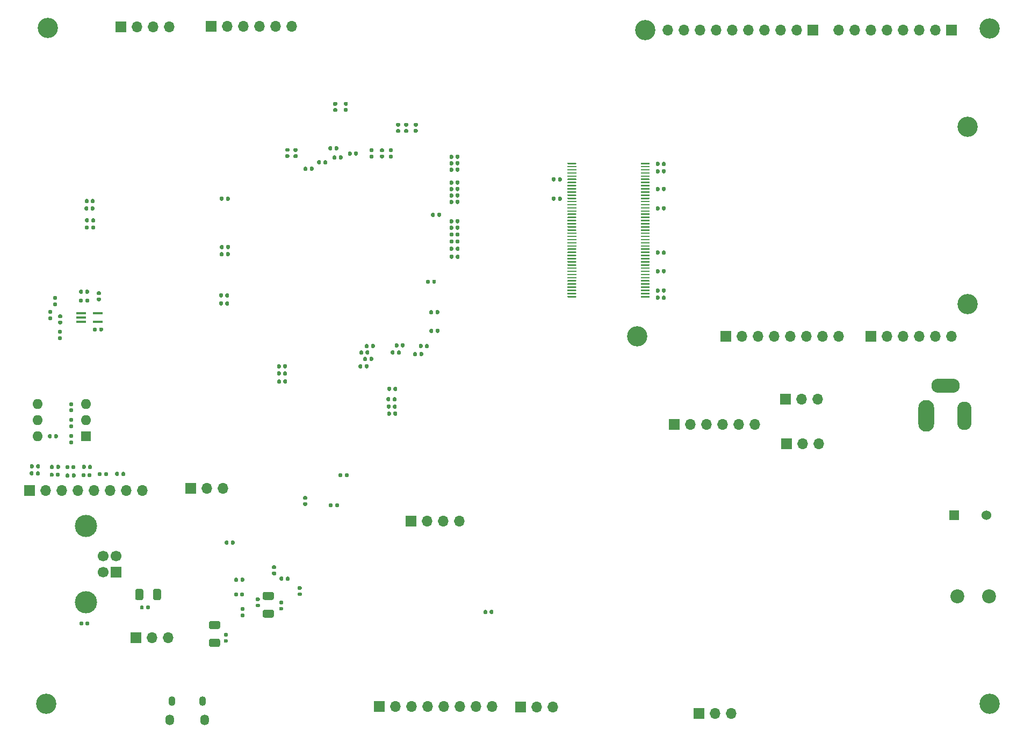
<source format=gbr>
G04 #@! TF.GenerationSoftware,KiCad,Pcbnew,5.1.6-c6e7f7d~87~ubuntu16.04.1*
G04 #@! TF.CreationDate,2020-08-04T23:08:50+05:30*
G04 #@! TF.ProjectId,Aardonyx,41617264-6f6e-4797-982e-6b696361645f,v1.0*
G04 #@! TF.SameCoordinates,Original*
G04 #@! TF.FileFunction,Soldermask,Bot*
G04 #@! TF.FilePolarity,Negative*
%FSLAX46Y46*%
G04 Gerber Fmt 4.6, Leading zero omitted, Abs format (unit mm)*
G04 Created by KiCad (PCBNEW 5.1.6-c6e7f7d~87~ubuntu16.04.1) date 2020-08-04 23:08:51*
%MOMM*%
%LPD*%
G01*
G04 APERTURE LIST*
%ADD10C,1.524000*%
%ADD11R,1.524000X1.524000*%
%ADD12C,2.200000*%
%ADD13R,1.700000X1.700000*%
%ADD14O,1.700000X1.700000*%
%ADD15O,2.500000X5.000000*%
%ADD16O,2.250000X4.500000*%
%ADD17O,4.500000X2.250000*%
%ADD18C,3.200000*%
%ADD19R,1.500000X0.400000*%
%ADD20R,1.600000X1.600000*%
%ADD21O,1.600000X1.600000*%
%ADD22O,1.100000X1.500000*%
%ADD23O,1.350000X1.700000*%
%ADD24C,1.700000*%
%ADD25C,3.500000*%
G04 APERTURE END LIST*
D10*
X276199600Y-127508000D03*
D11*
X271119600Y-127508000D03*
D12*
X271653000Y-140309600D03*
X276653000Y-140309600D03*
D13*
X185547000Y-128397000D03*
D14*
X188087000Y-128397000D03*
X190627000Y-128397000D03*
X193167000Y-128397000D03*
G36*
G01*
X181795200Y-111653100D02*
X181795200Y-111308100D01*
G75*
G02*
X181942700Y-111160600I147500J0D01*
G01*
X182237700Y-111160600D01*
G75*
G02*
X182385200Y-111308100I0J-147500D01*
G01*
X182385200Y-111653100D01*
G75*
G02*
X182237700Y-111800600I-147500J0D01*
G01*
X181942700Y-111800600D01*
G75*
G02*
X181795200Y-111653100I0J147500D01*
G01*
G37*
G36*
G01*
X182765200Y-111653100D02*
X182765200Y-111308100D01*
G75*
G02*
X182912700Y-111160600I147500J0D01*
G01*
X183207700Y-111160600D01*
G75*
G02*
X183355200Y-111308100I0J-147500D01*
G01*
X183355200Y-111653100D01*
G75*
G02*
X183207700Y-111800600I-147500J0D01*
G01*
X182912700Y-111800600D01*
G75*
G02*
X182765200Y-111653100I0J147500D01*
G01*
G37*
D15*
X266766200Y-111820600D03*
D16*
X272766200Y-111820600D03*
D17*
X269766200Y-107120600D03*
G36*
G01*
X211597000Y-71995000D02*
X211597000Y-72105000D01*
G75*
G02*
X211542000Y-72160000I-55000J0D01*
G01*
X210252000Y-72160000D01*
G75*
G02*
X210197000Y-72105000I0J55000D01*
G01*
X210197000Y-71995000D01*
G75*
G02*
X210252000Y-71940000I55000J0D01*
G01*
X211542000Y-71940000D01*
G75*
G02*
X211597000Y-71995000I0J-55000D01*
G01*
G37*
G36*
G01*
X211597000Y-72495000D02*
X211597000Y-72605000D01*
G75*
G02*
X211542000Y-72660000I-55000J0D01*
G01*
X210252000Y-72660000D01*
G75*
G02*
X210197000Y-72605000I0J55000D01*
G01*
X210197000Y-72495000D01*
G75*
G02*
X210252000Y-72440000I55000J0D01*
G01*
X211542000Y-72440000D01*
G75*
G02*
X211597000Y-72495000I0J-55000D01*
G01*
G37*
G36*
G01*
X211597000Y-72995000D02*
X211597000Y-73105000D01*
G75*
G02*
X211542000Y-73160000I-55000J0D01*
G01*
X210252000Y-73160000D01*
G75*
G02*
X210197000Y-73105000I0J55000D01*
G01*
X210197000Y-72995000D01*
G75*
G02*
X210252000Y-72940000I55000J0D01*
G01*
X211542000Y-72940000D01*
G75*
G02*
X211597000Y-72995000I0J-55000D01*
G01*
G37*
G36*
G01*
X223157000Y-92995000D02*
X223157000Y-93105000D01*
G75*
G02*
X223102000Y-93160000I-55000J0D01*
G01*
X221812000Y-93160000D01*
G75*
G02*
X221757000Y-93105000I0J55000D01*
G01*
X221757000Y-92995000D01*
G75*
G02*
X221812000Y-92940000I55000J0D01*
G01*
X223102000Y-92940000D01*
G75*
G02*
X223157000Y-92995000I0J-55000D01*
G01*
G37*
G36*
G01*
X223157000Y-92495000D02*
X223157000Y-92605000D01*
G75*
G02*
X223102000Y-92660000I-55000J0D01*
G01*
X221812000Y-92660000D01*
G75*
G02*
X221757000Y-92605000I0J55000D01*
G01*
X221757000Y-92495000D01*
G75*
G02*
X221812000Y-92440000I55000J0D01*
G01*
X223102000Y-92440000D01*
G75*
G02*
X223157000Y-92495000I0J-55000D01*
G01*
G37*
G36*
G01*
X223157000Y-91995000D02*
X223157000Y-92105000D01*
G75*
G02*
X223102000Y-92160000I-55000J0D01*
G01*
X221812000Y-92160000D01*
G75*
G02*
X221757000Y-92105000I0J55000D01*
G01*
X221757000Y-91995000D01*
G75*
G02*
X221812000Y-91940000I55000J0D01*
G01*
X223102000Y-91940000D01*
G75*
G02*
X223157000Y-91995000I0J-55000D01*
G01*
G37*
G36*
G01*
X211597000Y-73495000D02*
X211597000Y-73605000D01*
G75*
G02*
X211542000Y-73660000I-55000J0D01*
G01*
X210252000Y-73660000D01*
G75*
G02*
X210197000Y-73605000I0J55000D01*
G01*
X210197000Y-73495000D01*
G75*
G02*
X210252000Y-73440000I55000J0D01*
G01*
X211542000Y-73440000D01*
G75*
G02*
X211597000Y-73495000I0J-55000D01*
G01*
G37*
G36*
G01*
X211597000Y-73995000D02*
X211597000Y-74105000D01*
G75*
G02*
X211542000Y-74160000I-55000J0D01*
G01*
X210252000Y-74160000D01*
G75*
G02*
X210197000Y-74105000I0J55000D01*
G01*
X210197000Y-73995000D01*
G75*
G02*
X210252000Y-73940000I55000J0D01*
G01*
X211542000Y-73940000D01*
G75*
G02*
X211597000Y-73995000I0J-55000D01*
G01*
G37*
G36*
G01*
X211597000Y-74495000D02*
X211597000Y-74605000D01*
G75*
G02*
X211542000Y-74660000I-55000J0D01*
G01*
X210252000Y-74660000D01*
G75*
G02*
X210197000Y-74605000I0J55000D01*
G01*
X210197000Y-74495000D01*
G75*
G02*
X210252000Y-74440000I55000J0D01*
G01*
X211542000Y-74440000D01*
G75*
G02*
X211597000Y-74495000I0J-55000D01*
G01*
G37*
G36*
G01*
X211597000Y-74995000D02*
X211597000Y-75105000D01*
G75*
G02*
X211542000Y-75160000I-55000J0D01*
G01*
X210252000Y-75160000D01*
G75*
G02*
X210197000Y-75105000I0J55000D01*
G01*
X210197000Y-74995000D01*
G75*
G02*
X210252000Y-74940000I55000J0D01*
G01*
X211542000Y-74940000D01*
G75*
G02*
X211597000Y-74995000I0J-55000D01*
G01*
G37*
G36*
G01*
X211597000Y-75495000D02*
X211597000Y-75605000D01*
G75*
G02*
X211542000Y-75660000I-55000J0D01*
G01*
X210252000Y-75660000D01*
G75*
G02*
X210197000Y-75605000I0J55000D01*
G01*
X210197000Y-75495000D01*
G75*
G02*
X210252000Y-75440000I55000J0D01*
G01*
X211542000Y-75440000D01*
G75*
G02*
X211597000Y-75495000I0J-55000D01*
G01*
G37*
G36*
G01*
X211597000Y-75995000D02*
X211597000Y-76105000D01*
G75*
G02*
X211542000Y-76160000I-55000J0D01*
G01*
X210252000Y-76160000D01*
G75*
G02*
X210197000Y-76105000I0J55000D01*
G01*
X210197000Y-75995000D01*
G75*
G02*
X210252000Y-75940000I55000J0D01*
G01*
X211542000Y-75940000D01*
G75*
G02*
X211597000Y-75995000I0J-55000D01*
G01*
G37*
G36*
G01*
X211597000Y-76495000D02*
X211597000Y-76605000D01*
G75*
G02*
X211542000Y-76660000I-55000J0D01*
G01*
X210252000Y-76660000D01*
G75*
G02*
X210197000Y-76605000I0J55000D01*
G01*
X210197000Y-76495000D01*
G75*
G02*
X210252000Y-76440000I55000J0D01*
G01*
X211542000Y-76440000D01*
G75*
G02*
X211597000Y-76495000I0J-55000D01*
G01*
G37*
G36*
G01*
X211597000Y-76995000D02*
X211597000Y-77105000D01*
G75*
G02*
X211542000Y-77160000I-55000J0D01*
G01*
X210252000Y-77160000D01*
G75*
G02*
X210197000Y-77105000I0J55000D01*
G01*
X210197000Y-76995000D01*
G75*
G02*
X210252000Y-76940000I55000J0D01*
G01*
X211542000Y-76940000D01*
G75*
G02*
X211597000Y-76995000I0J-55000D01*
G01*
G37*
G36*
G01*
X211597000Y-77495000D02*
X211597000Y-77605000D01*
G75*
G02*
X211542000Y-77660000I-55000J0D01*
G01*
X210252000Y-77660000D01*
G75*
G02*
X210197000Y-77605000I0J55000D01*
G01*
X210197000Y-77495000D01*
G75*
G02*
X210252000Y-77440000I55000J0D01*
G01*
X211542000Y-77440000D01*
G75*
G02*
X211597000Y-77495000I0J-55000D01*
G01*
G37*
G36*
G01*
X211634500Y-77995000D02*
X211634500Y-78105000D01*
G75*
G02*
X211579500Y-78160000I-55000J0D01*
G01*
X210214500Y-78160000D01*
G75*
G02*
X210159500Y-78105000I0J55000D01*
G01*
X210159500Y-77995000D01*
G75*
G02*
X210214500Y-77940000I55000J0D01*
G01*
X211579500Y-77940000D01*
G75*
G02*
X211634500Y-77995000I0J-55000D01*
G01*
G37*
G36*
G01*
X211597000Y-78495000D02*
X211597000Y-78605000D01*
G75*
G02*
X211542000Y-78660000I-55000J0D01*
G01*
X210252000Y-78660000D01*
G75*
G02*
X210197000Y-78605000I0J55000D01*
G01*
X210197000Y-78495000D01*
G75*
G02*
X210252000Y-78440000I55000J0D01*
G01*
X211542000Y-78440000D01*
G75*
G02*
X211597000Y-78495000I0J-55000D01*
G01*
G37*
G36*
G01*
X211597000Y-78995000D02*
X211597000Y-79105000D01*
G75*
G02*
X211542000Y-79160000I-55000J0D01*
G01*
X210252000Y-79160000D01*
G75*
G02*
X210197000Y-79105000I0J55000D01*
G01*
X210197000Y-78995000D01*
G75*
G02*
X210252000Y-78940000I55000J0D01*
G01*
X211542000Y-78940000D01*
G75*
G02*
X211597000Y-78995000I0J-55000D01*
G01*
G37*
G36*
G01*
X211597000Y-79495000D02*
X211597000Y-79605000D01*
G75*
G02*
X211542000Y-79660000I-55000J0D01*
G01*
X210252000Y-79660000D01*
G75*
G02*
X210197000Y-79605000I0J55000D01*
G01*
X210197000Y-79495000D01*
G75*
G02*
X210252000Y-79440000I55000J0D01*
G01*
X211542000Y-79440000D01*
G75*
G02*
X211597000Y-79495000I0J-55000D01*
G01*
G37*
G36*
G01*
X211597000Y-79995000D02*
X211597000Y-80105000D01*
G75*
G02*
X211542000Y-80160000I-55000J0D01*
G01*
X210252000Y-80160000D01*
G75*
G02*
X210197000Y-80105000I0J55000D01*
G01*
X210197000Y-79995000D01*
G75*
G02*
X210252000Y-79940000I55000J0D01*
G01*
X211542000Y-79940000D01*
G75*
G02*
X211597000Y-79995000I0J-55000D01*
G01*
G37*
G36*
G01*
X211597000Y-80495000D02*
X211597000Y-80605000D01*
G75*
G02*
X211542000Y-80660000I-55000J0D01*
G01*
X210252000Y-80660000D01*
G75*
G02*
X210197000Y-80605000I0J55000D01*
G01*
X210197000Y-80495000D01*
G75*
G02*
X210252000Y-80440000I55000J0D01*
G01*
X211542000Y-80440000D01*
G75*
G02*
X211597000Y-80495000I0J-55000D01*
G01*
G37*
G36*
G01*
X211597000Y-80995000D02*
X211597000Y-81105000D01*
G75*
G02*
X211542000Y-81160000I-55000J0D01*
G01*
X210252000Y-81160000D01*
G75*
G02*
X210197000Y-81105000I0J55000D01*
G01*
X210197000Y-80995000D01*
G75*
G02*
X210252000Y-80940000I55000J0D01*
G01*
X211542000Y-80940000D01*
G75*
G02*
X211597000Y-80995000I0J-55000D01*
G01*
G37*
G36*
G01*
X211597000Y-81495000D02*
X211597000Y-81605000D01*
G75*
G02*
X211542000Y-81660000I-55000J0D01*
G01*
X210252000Y-81660000D01*
G75*
G02*
X210197000Y-81605000I0J55000D01*
G01*
X210197000Y-81495000D01*
G75*
G02*
X210252000Y-81440000I55000J0D01*
G01*
X211542000Y-81440000D01*
G75*
G02*
X211597000Y-81495000I0J-55000D01*
G01*
G37*
G36*
G01*
X211597000Y-81995000D02*
X211597000Y-82105000D01*
G75*
G02*
X211542000Y-82160000I-55000J0D01*
G01*
X210252000Y-82160000D01*
G75*
G02*
X210197000Y-82105000I0J55000D01*
G01*
X210197000Y-81995000D01*
G75*
G02*
X210252000Y-81940000I55000J0D01*
G01*
X211542000Y-81940000D01*
G75*
G02*
X211597000Y-81995000I0J-55000D01*
G01*
G37*
G36*
G01*
X211597000Y-82495000D02*
X211597000Y-82605000D01*
G75*
G02*
X211542000Y-82660000I-55000J0D01*
G01*
X210252000Y-82660000D01*
G75*
G02*
X210197000Y-82605000I0J55000D01*
G01*
X210197000Y-82495000D01*
G75*
G02*
X210252000Y-82440000I55000J0D01*
G01*
X211542000Y-82440000D01*
G75*
G02*
X211597000Y-82495000I0J-55000D01*
G01*
G37*
G36*
G01*
X211597000Y-82995000D02*
X211597000Y-83105000D01*
G75*
G02*
X211542000Y-83160000I-55000J0D01*
G01*
X210252000Y-83160000D01*
G75*
G02*
X210197000Y-83105000I0J55000D01*
G01*
X210197000Y-82995000D01*
G75*
G02*
X210252000Y-82940000I55000J0D01*
G01*
X211542000Y-82940000D01*
G75*
G02*
X211597000Y-82995000I0J-55000D01*
G01*
G37*
G36*
G01*
X211597000Y-83495000D02*
X211597000Y-83605000D01*
G75*
G02*
X211542000Y-83660000I-55000J0D01*
G01*
X210252000Y-83660000D01*
G75*
G02*
X210197000Y-83605000I0J55000D01*
G01*
X210197000Y-83495000D01*
G75*
G02*
X210252000Y-83440000I55000J0D01*
G01*
X211542000Y-83440000D01*
G75*
G02*
X211597000Y-83495000I0J-55000D01*
G01*
G37*
G36*
G01*
X211597000Y-83995000D02*
X211597000Y-84105000D01*
G75*
G02*
X211542000Y-84160000I-55000J0D01*
G01*
X210252000Y-84160000D01*
G75*
G02*
X210197000Y-84105000I0J55000D01*
G01*
X210197000Y-83995000D01*
G75*
G02*
X210252000Y-83940000I55000J0D01*
G01*
X211542000Y-83940000D01*
G75*
G02*
X211597000Y-83995000I0J-55000D01*
G01*
G37*
G36*
G01*
X211597000Y-84495000D02*
X211597000Y-84605000D01*
G75*
G02*
X211542000Y-84660000I-55000J0D01*
G01*
X210252000Y-84660000D01*
G75*
G02*
X210197000Y-84605000I0J55000D01*
G01*
X210197000Y-84495000D01*
G75*
G02*
X210252000Y-84440000I55000J0D01*
G01*
X211542000Y-84440000D01*
G75*
G02*
X211597000Y-84495000I0J-55000D01*
G01*
G37*
G36*
G01*
X211597000Y-84995000D02*
X211597000Y-85105000D01*
G75*
G02*
X211542000Y-85160000I-55000J0D01*
G01*
X210252000Y-85160000D01*
G75*
G02*
X210197000Y-85105000I0J55000D01*
G01*
X210197000Y-84995000D01*
G75*
G02*
X210252000Y-84940000I55000J0D01*
G01*
X211542000Y-84940000D01*
G75*
G02*
X211597000Y-84995000I0J-55000D01*
G01*
G37*
G36*
G01*
X211597000Y-85495000D02*
X211597000Y-85605000D01*
G75*
G02*
X211542000Y-85660000I-55000J0D01*
G01*
X210252000Y-85660000D01*
G75*
G02*
X210197000Y-85605000I0J55000D01*
G01*
X210197000Y-85495000D01*
G75*
G02*
X210252000Y-85440000I55000J0D01*
G01*
X211542000Y-85440000D01*
G75*
G02*
X211597000Y-85495000I0J-55000D01*
G01*
G37*
G36*
G01*
X211597000Y-85995000D02*
X211597000Y-86105000D01*
G75*
G02*
X211542000Y-86160000I-55000J0D01*
G01*
X210252000Y-86160000D01*
G75*
G02*
X210197000Y-86105000I0J55000D01*
G01*
X210197000Y-85995000D01*
G75*
G02*
X210252000Y-85940000I55000J0D01*
G01*
X211542000Y-85940000D01*
G75*
G02*
X211597000Y-85995000I0J-55000D01*
G01*
G37*
G36*
G01*
X211597000Y-86495000D02*
X211597000Y-86605000D01*
G75*
G02*
X211542000Y-86660000I-55000J0D01*
G01*
X210252000Y-86660000D01*
G75*
G02*
X210197000Y-86605000I0J55000D01*
G01*
X210197000Y-86495000D01*
G75*
G02*
X210252000Y-86440000I55000J0D01*
G01*
X211542000Y-86440000D01*
G75*
G02*
X211597000Y-86495000I0J-55000D01*
G01*
G37*
G36*
G01*
X211597000Y-86995000D02*
X211597000Y-87105000D01*
G75*
G02*
X211542000Y-87160000I-55000J0D01*
G01*
X210252000Y-87160000D01*
G75*
G02*
X210197000Y-87105000I0J55000D01*
G01*
X210197000Y-86995000D01*
G75*
G02*
X210252000Y-86940000I55000J0D01*
G01*
X211542000Y-86940000D01*
G75*
G02*
X211597000Y-86995000I0J-55000D01*
G01*
G37*
G36*
G01*
X211597000Y-87495000D02*
X211597000Y-87605000D01*
G75*
G02*
X211542000Y-87660000I-55000J0D01*
G01*
X210252000Y-87660000D01*
G75*
G02*
X210197000Y-87605000I0J55000D01*
G01*
X210197000Y-87495000D01*
G75*
G02*
X210252000Y-87440000I55000J0D01*
G01*
X211542000Y-87440000D01*
G75*
G02*
X211597000Y-87495000I0J-55000D01*
G01*
G37*
G36*
G01*
X211597000Y-87995000D02*
X211597000Y-88105000D01*
G75*
G02*
X211542000Y-88160000I-55000J0D01*
G01*
X210252000Y-88160000D01*
G75*
G02*
X210197000Y-88105000I0J55000D01*
G01*
X210197000Y-87995000D01*
G75*
G02*
X210252000Y-87940000I55000J0D01*
G01*
X211542000Y-87940000D01*
G75*
G02*
X211597000Y-87995000I0J-55000D01*
G01*
G37*
G36*
G01*
X211597000Y-88495000D02*
X211597000Y-88605000D01*
G75*
G02*
X211542000Y-88660000I-55000J0D01*
G01*
X210252000Y-88660000D01*
G75*
G02*
X210197000Y-88605000I0J55000D01*
G01*
X210197000Y-88495000D01*
G75*
G02*
X210252000Y-88440000I55000J0D01*
G01*
X211542000Y-88440000D01*
G75*
G02*
X211597000Y-88495000I0J-55000D01*
G01*
G37*
G36*
G01*
X211597000Y-88995000D02*
X211597000Y-89105000D01*
G75*
G02*
X211542000Y-89160000I-55000J0D01*
G01*
X210252000Y-89160000D01*
G75*
G02*
X210197000Y-89105000I0J55000D01*
G01*
X210197000Y-88995000D01*
G75*
G02*
X210252000Y-88940000I55000J0D01*
G01*
X211542000Y-88940000D01*
G75*
G02*
X211597000Y-88995000I0J-55000D01*
G01*
G37*
G36*
G01*
X211597000Y-89495000D02*
X211597000Y-89605000D01*
G75*
G02*
X211542000Y-89660000I-55000J0D01*
G01*
X210252000Y-89660000D01*
G75*
G02*
X210197000Y-89605000I0J55000D01*
G01*
X210197000Y-89495000D01*
G75*
G02*
X210252000Y-89440000I55000J0D01*
G01*
X211542000Y-89440000D01*
G75*
G02*
X211597000Y-89495000I0J-55000D01*
G01*
G37*
G36*
G01*
X211597000Y-89995000D02*
X211597000Y-90105000D01*
G75*
G02*
X211542000Y-90160000I-55000J0D01*
G01*
X210252000Y-90160000D01*
G75*
G02*
X210197000Y-90105000I0J55000D01*
G01*
X210197000Y-89995000D01*
G75*
G02*
X210252000Y-89940000I55000J0D01*
G01*
X211542000Y-89940000D01*
G75*
G02*
X211597000Y-89995000I0J-55000D01*
G01*
G37*
G36*
G01*
X211597000Y-90495000D02*
X211597000Y-90605000D01*
G75*
G02*
X211542000Y-90660000I-55000J0D01*
G01*
X210252000Y-90660000D01*
G75*
G02*
X210197000Y-90605000I0J55000D01*
G01*
X210197000Y-90495000D01*
G75*
G02*
X210252000Y-90440000I55000J0D01*
G01*
X211542000Y-90440000D01*
G75*
G02*
X211597000Y-90495000I0J-55000D01*
G01*
G37*
G36*
G01*
X211597000Y-90995000D02*
X211597000Y-91105000D01*
G75*
G02*
X211542000Y-91160000I-55000J0D01*
G01*
X210252000Y-91160000D01*
G75*
G02*
X210197000Y-91105000I0J55000D01*
G01*
X210197000Y-90995000D01*
G75*
G02*
X210252000Y-90940000I55000J0D01*
G01*
X211542000Y-90940000D01*
G75*
G02*
X211597000Y-90995000I0J-55000D01*
G01*
G37*
G36*
G01*
X211597000Y-91495000D02*
X211597000Y-91605000D01*
G75*
G02*
X211542000Y-91660000I-55000J0D01*
G01*
X210252000Y-91660000D01*
G75*
G02*
X210197000Y-91605000I0J55000D01*
G01*
X210197000Y-91495000D01*
G75*
G02*
X210252000Y-91440000I55000J0D01*
G01*
X211542000Y-91440000D01*
G75*
G02*
X211597000Y-91495000I0J-55000D01*
G01*
G37*
G36*
G01*
X211597000Y-91995000D02*
X211597000Y-92105000D01*
G75*
G02*
X211542000Y-92160000I-55000J0D01*
G01*
X210252000Y-92160000D01*
G75*
G02*
X210197000Y-92105000I0J55000D01*
G01*
X210197000Y-91995000D01*
G75*
G02*
X210252000Y-91940000I55000J0D01*
G01*
X211542000Y-91940000D01*
G75*
G02*
X211597000Y-91995000I0J-55000D01*
G01*
G37*
G36*
G01*
X211597000Y-92495000D02*
X211597000Y-92605000D01*
G75*
G02*
X211542000Y-92660000I-55000J0D01*
G01*
X210252000Y-92660000D01*
G75*
G02*
X210197000Y-92605000I0J55000D01*
G01*
X210197000Y-92495000D01*
G75*
G02*
X210252000Y-92440000I55000J0D01*
G01*
X211542000Y-92440000D01*
G75*
G02*
X211597000Y-92495000I0J-55000D01*
G01*
G37*
G36*
G01*
X211597000Y-92995000D02*
X211597000Y-93105000D01*
G75*
G02*
X211542000Y-93160000I-55000J0D01*
G01*
X210252000Y-93160000D01*
G75*
G02*
X210197000Y-93105000I0J55000D01*
G01*
X210197000Y-92995000D01*
G75*
G02*
X210252000Y-92940000I55000J0D01*
G01*
X211542000Y-92940000D01*
G75*
G02*
X211597000Y-92995000I0J-55000D01*
G01*
G37*
G36*
G01*
X223157000Y-91495000D02*
X223157000Y-91605000D01*
G75*
G02*
X223102000Y-91660000I-55000J0D01*
G01*
X221812000Y-91660000D01*
G75*
G02*
X221757000Y-91605000I0J55000D01*
G01*
X221757000Y-91495000D01*
G75*
G02*
X221812000Y-91440000I55000J0D01*
G01*
X223102000Y-91440000D01*
G75*
G02*
X223157000Y-91495000I0J-55000D01*
G01*
G37*
G36*
G01*
X223157000Y-90995000D02*
X223157000Y-91105000D01*
G75*
G02*
X223102000Y-91160000I-55000J0D01*
G01*
X221812000Y-91160000D01*
G75*
G02*
X221757000Y-91105000I0J55000D01*
G01*
X221757000Y-90995000D01*
G75*
G02*
X221812000Y-90940000I55000J0D01*
G01*
X223102000Y-90940000D01*
G75*
G02*
X223157000Y-90995000I0J-55000D01*
G01*
G37*
G36*
G01*
X223157000Y-90495000D02*
X223157000Y-90605000D01*
G75*
G02*
X223102000Y-90660000I-55000J0D01*
G01*
X221812000Y-90660000D01*
G75*
G02*
X221757000Y-90605000I0J55000D01*
G01*
X221757000Y-90495000D01*
G75*
G02*
X221812000Y-90440000I55000J0D01*
G01*
X223102000Y-90440000D01*
G75*
G02*
X223157000Y-90495000I0J-55000D01*
G01*
G37*
G36*
G01*
X223157000Y-89995000D02*
X223157000Y-90105000D01*
G75*
G02*
X223102000Y-90160000I-55000J0D01*
G01*
X221812000Y-90160000D01*
G75*
G02*
X221757000Y-90105000I0J55000D01*
G01*
X221757000Y-89995000D01*
G75*
G02*
X221812000Y-89940000I55000J0D01*
G01*
X223102000Y-89940000D01*
G75*
G02*
X223157000Y-89995000I0J-55000D01*
G01*
G37*
G36*
G01*
X223157000Y-89495000D02*
X223157000Y-89605000D01*
G75*
G02*
X223102000Y-89660000I-55000J0D01*
G01*
X221812000Y-89660000D01*
G75*
G02*
X221757000Y-89605000I0J55000D01*
G01*
X221757000Y-89495000D01*
G75*
G02*
X221812000Y-89440000I55000J0D01*
G01*
X223102000Y-89440000D01*
G75*
G02*
X223157000Y-89495000I0J-55000D01*
G01*
G37*
G36*
G01*
X223157000Y-88995000D02*
X223157000Y-89105000D01*
G75*
G02*
X223102000Y-89160000I-55000J0D01*
G01*
X221812000Y-89160000D01*
G75*
G02*
X221757000Y-89105000I0J55000D01*
G01*
X221757000Y-88995000D01*
G75*
G02*
X221812000Y-88940000I55000J0D01*
G01*
X223102000Y-88940000D01*
G75*
G02*
X223157000Y-88995000I0J-55000D01*
G01*
G37*
G36*
G01*
X223157000Y-88495000D02*
X223157000Y-88605000D01*
G75*
G02*
X223102000Y-88660000I-55000J0D01*
G01*
X221812000Y-88660000D01*
G75*
G02*
X221757000Y-88605000I0J55000D01*
G01*
X221757000Y-88495000D01*
G75*
G02*
X221812000Y-88440000I55000J0D01*
G01*
X223102000Y-88440000D01*
G75*
G02*
X223157000Y-88495000I0J-55000D01*
G01*
G37*
G36*
G01*
X223157000Y-87995000D02*
X223157000Y-88105000D01*
G75*
G02*
X223102000Y-88160000I-55000J0D01*
G01*
X221812000Y-88160000D01*
G75*
G02*
X221757000Y-88105000I0J55000D01*
G01*
X221757000Y-87995000D01*
G75*
G02*
X221812000Y-87940000I55000J0D01*
G01*
X223102000Y-87940000D01*
G75*
G02*
X223157000Y-87995000I0J-55000D01*
G01*
G37*
G36*
G01*
X223157000Y-87495000D02*
X223157000Y-87605000D01*
G75*
G02*
X223102000Y-87660000I-55000J0D01*
G01*
X221812000Y-87660000D01*
G75*
G02*
X221757000Y-87605000I0J55000D01*
G01*
X221757000Y-87495000D01*
G75*
G02*
X221812000Y-87440000I55000J0D01*
G01*
X223102000Y-87440000D01*
G75*
G02*
X223157000Y-87495000I0J-55000D01*
G01*
G37*
G36*
G01*
X223157000Y-86995000D02*
X223157000Y-87105000D01*
G75*
G02*
X223102000Y-87160000I-55000J0D01*
G01*
X221812000Y-87160000D01*
G75*
G02*
X221757000Y-87105000I0J55000D01*
G01*
X221757000Y-86995000D01*
G75*
G02*
X221812000Y-86940000I55000J0D01*
G01*
X223102000Y-86940000D01*
G75*
G02*
X223157000Y-86995000I0J-55000D01*
G01*
G37*
G36*
G01*
X223157000Y-86495000D02*
X223157000Y-86605000D01*
G75*
G02*
X223102000Y-86660000I-55000J0D01*
G01*
X221812000Y-86660000D01*
G75*
G02*
X221757000Y-86605000I0J55000D01*
G01*
X221757000Y-86495000D01*
G75*
G02*
X221812000Y-86440000I55000J0D01*
G01*
X223102000Y-86440000D01*
G75*
G02*
X223157000Y-86495000I0J-55000D01*
G01*
G37*
G36*
G01*
X223157000Y-85995000D02*
X223157000Y-86105000D01*
G75*
G02*
X223102000Y-86160000I-55000J0D01*
G01*
X221812000Y-86160000D01*
G75*
G02*
X221757000Y-86105000I0J55000D01*
G01*
X221757000Y-85995000D01*
G75*
G02*
X221812000Y-85940000I55000J0D01*
G01*
X223102000Y-85940000D01*
G75*
G02*
X223157000Y-85995000I0J-55000D01*
G01*
G37*
G36*
G01*
X223157000Y-85495000D02*
X223157000Y-85605000D01*
G75*
G02*
X223102000Y-85660000I-55000J0D01*
G01*
X221812000Y-85660000D01*
G75*
G02*
X221757000Y-85605000I0J55000D01*
G01*
X221757000Y-85495000D01*
G75*
G02*
X221812000Y-85440000I55000J0D01*
G01*
X223102000Y-85440000D01*
G75*
G02*
X223157000Y-85495000I0J-55000D01*
G01*
G37*
G36*
G01*
X223157000Y-84995000D02*
X223157000Y-85105000D01*
G75*
G02*
X223102000Y-85160000I-55000J0D01*
G01*
X221812000Y-85160000D01*
G75*
G02*
X221757000Y-85105000I0J55000D01*
G01*
X221757000Y-84995000D01*
G75*
G02*
X221812000Y-84940000I55000J0D01*
G01*
X223102000Y-84940000D01*
G75*
G02*
X223157000Y-84995000I0J-55000D01*
G01*
G37*
G36*
G01*
X223157000Y-84495000D02*
X223157000Y-84605000D01*
G75*
G02*
X223102000Y-84660000I-55000J0D01*
G01*
X221812000Y-84660000D01*
G75*
G02*
X221757000Y-84605000I0J55000D01*
G01*
X221757000Y-84495000D01*
G75*
G02*
X221812000Y-84440000I55000J0D01*
G01*
X223102000Y-84440000D01*
G75*
G02*
X223157000Y-84495000I0J-55000D01*
G01*
G37*
G36*
G01*
X223157000Y-83995000D02*
X223157000Y-84105000D01*
G75*
G02*
X223102000Y-84160000I-55000J0D01*
G01*
X221812000Y-84160000D01*
G75*
G02*
X221757000Y-84105000I0J55000D01*
G01*
X221757000Y-83995000D01*
G75*
G02*
X221812000Y-83940000I55000J0D01*
G01*
X223102000Y-83940000D01*
G75*
G02*
X223157000Y-83995000I0J-55000D01*
G01*
G37*
G36*
G01*
X223157000Y-83495000D02*
X223157000Y-83605000D01*
G75*
G02*
X223102000Y-83660000I-55000J0D01*
G01*
X221812000Y-83660000D01*
G75*
G02*
X221757000Y-83605000I0J55000D01*
G01*
X221757000Y-83495000D01*
G75*
G02*
X221812000Y-83440000I55000J0D01*
G01*
X223102000Y-83440000D01*
G75*
G02*
X223157000Y-83495000I0J-55000D01*
G01*
G37*
G36*
G01*
X223157000Y-82995000D02*
X223157000Y-83105000D01*
G75*
G02*
X223102000Y-83160000I-55000J0D01*
G01*
X221812000Y-83160000D01*
G75*
G02*
X221757000Y-83105000I0J55000D01*
G01*
X221757000Y-82995000D01*
G75*
G02*
X221812000Y-82940000I55000J0D01*
G01*
X223102000Y-82940000D01*
G75*
G02*
X223157000Y-82995000I0J-55000D01*
G01*
G37*
G36*
G01*
X223157000Y-82495000D02*
X223157000Y-82605000D01*
G75*
G02*
X223102000Y-82660000I-55000J0D01*
G01*
X221812000Y-82660000D01*
G75*
G02*
X221757000Y-82605000I0J55000D01*
G01*
X221757000Y-82495000D01*
G75*
G02*
X221812000Y-82440000I55000J0D01*
G01*
X223102000Y-82440000D01*
G75*
G02*
X223157000Y-82495000I0J-55000D01*
G01*
G37*
G36*
G01*
X223157000Y-81995000D02*
X223157000Y-82105000D01*
G75*
G02*
X223102000Y-82160000I-55000J0D01*
G01*
X221812000Y-82160000D01*
G75*
G02*
X221757000Y-82105000I0J55000D01*
G01*
X221757000Y-81995000D01*
G75*
G02*
X221812000Y-81940000I55000J0D01*
G01*
X223102000Y-81940000D01*
G75*
G02*
X223157000Y-81995000I0J-55000D01*
G01*
G37*
G36*
G01*
X223157000Y-81495000D02*
X223157000Y-81605000D01*
G75*
G02*
X223102000Y-81660000I-55000J0D01*
G01*
X221812000Y-81660000D01*
G75*
G02*
X221757000Y-81605000I0J55000D01*
G01*
X221757000Y-81495000D01*
G75*
G02*
X221812000Y-81440000I55000J0D01*
G01*
X223102000Y-81440000D01*
G75*
G02*
X223157000Y-81495000I0J-55000D01*
G01*
G37*
G36*
G01*
X223157000Y-80995000D02*
X223157000Y-81105000D01*
G75*
G02*
X223102000Y-81160000I-55000J0D01*
G01*
X221812000Y-81160000D01*
G75*
G02*
X221757000Y-81105000I0J55000D01*
G01*
X221757000Y-80995000D01*
G75*
G02*
X221812000Y-80940000I55000J0D01*
G01*
X223102000Y-80940000D01*
G75*
G02*
X223157000Y-80995000I0J-55000D01*
G01*
G37*
G36*
G01*
X223157000Y-80495000D02*
X223157000Y-80605000D01*
G75*
G02*
X223102000Y-80660000I-55000J0D01*
G01*
X221812000Y-80660000D01*
G75*
G02*
X221757000Y-80605000I0J55000D01*
G01*
X221757000Y-80495000D01*
G75*
G02*
X221812000Y-80440000I55000J0D01*
G01*
X223102000Y-80440000D01*
G75*
G02*
X223157000Y-80495000I0J-55000D01*
G01*
G37*
G36*
G01*
X223157000Y-79995000D02*
X223157000Y-80105000D01*
G75*
G02*
X223102000Y-80160000I-55000J0D01*
G01*
X221812000Y-80160000D01*
G75*
G02*
X221757000Y-80105000I0J55000D01*
G01*
X221757000Y-79995000D01*
G75*
G02*
X221812000Y-79940000I55000J0D01*
G01*
X223102000Y-79940000D01*
G75*
G02*
X223157000Y-79995000I0J-55000D01*
G01*
G37*
G36*
G01*
X223157000Y-79495000D02*
X223157000Y-79605000D01*
G75*
G02*
X223102000Y-79660000I-55000J0D01*
G01*
X221812000Y-79660000D01*
G75*
G02*
X221757000Y-79605000I0J55000D01*
G01*
X221757000Y-79495000D01*
G75*
G02*
X221812000Y-79440000I55000J0D01*
G01*
X223102000Y-79440000D01*
G75*
G02*
X223157000Y-79495000I0J-55000D01*
G01*
G37*
G36*
G01*
X223157000Y-78995000D02*
X223157000Y-79105000D01*
G75*
G02*
X223102000Y-79160000I-55000J0D01*
G01*
X221812000Y-79160000D01*
G75*
G02*
X221757000Y-79105000I0J55000D01*
G01*
X221757000Y-78995000D01*
G75*
G02*
X221812000Y-78940000I55000J0D01*
G01*
X223102000Y-78940000D01*
G75*
G02*
X223157000Y-78995000I0J-55000D01*
G01*
G37*
G36*
G01*
X223157000Y-78495000D02*
X223157000Y-78605000D01*
G75*
G02*
X223102000Y-78660000I-55000J0D01*
G01*
X221812000Y-78660000D01*
G75*
G02*
X221757000Y-78605000I0J55000D01*
G01*
X221757000Y-78495000D01*
G75*
G02*
X221812000Y-78440000I55000J0D01*
G01*
X223102000Y-78440000D01*
G75*
G02*
X223157000Y-78495000I0J-55000D01*
G01*
G37*
G36*
G01*
X223157000Y-77995000D02*
X223157000Y-78105000D01*
G75*
G02*
X223102000Y-78160000I-55000J0D01*
G01*
X221812000Y-78160000D01*
G75*
G02*
X221757000Y-78105000I0J55000D01*
G01*
X221757000Y-77995000D01*
G75*
G02*
X221812000Y-77940000I55000J0D01*
G01*
X223102000Y-77940000D01*
G75*
G02*
X223157000Y-77995000I0J-55000D01*
G01*
G37*
G36*
G01*
X223157000Y-77495000D02*
X223157000Y-77605000D01*
G75*
G02*
X223102000Y-77660000I-55000J0D01*
G01*
X221812000Y-77660000D01*
G75*
G02*
X221757000Y-77605000I0J55000D01*
G01*
X221757000Y-77495000D01*
G75*
G02*
X221812000Y-77440000I55000J0D01*
G01*
X223102000Y-77440000D01*
G75*
G02*
X223157000Y-77495000I0J-55000D01*
G01*
G37*
G36*
G01*
X223157000Y-76995000D02*
X223157000Y-77105000D01*
G75*
G02*
X223102000Y-77160000I-55000J0D01*
G01*
X221812000Y-77160000D01*
G75*
G02*
X221757000Y-77105000I0J55000D01*
G01*
X221757000Y-76995000D01*
G75*
G02*
X221812000Y-76940000I55000J0D01*
G01*
X223102000Y-76940000D01*
G75*
G02*
X223157000Y-76995000I0J-55000D01*
G01*
G37*
G36*
G01*
X223157000Y-76495000D02*
X223157000Y-76605000D01*
G75*
G02*
X223102000Y-76660000I-55000J0D01*
G01*
X221812000Y-76660000D01*
G75*
G02*
X221757000Y-76605000I0J55000D01*
G01*
X221757000Y-76495000D01*
G75*
G02*
X221812000Y-76440000I55000J0D01*
G01*
X223102000Y-76440000D01*
G75*
G02*
X223157000Y-76495000I0J-55000D01*
G01*
G37*
G36*
G01*
X223157000Y-75995000D02*
X223157000Y-76105000D01*
G75*
G02*
X223102000Y-76160000I-55000J0D01*
G01*
X221812000Y-76160000D01*
G75*
G02*
X221757000Y-76105000I0J55000D01*
G01*
X221757000Y-75995000D01*
G75*
G02*
X221812000Y-75940000I55000J0D01*
G01*
X223102000Y-75940000D01*
G75*
G02*
X223157000Y-75995000I0J-55000D01*
G01*
G37*
G36*
G01*
X223157000Y-75495000D02*
X223157000Y-75605000D01*
G75*
G02*
X223102000Y-75660000I-55000J0D01*
G01*
X221812000Y-75660000D01*
G75*
G02*
X221757000Y-75605000I0J55000D01*
G01*
X221757000Y-75495000D01*
G75*
G02*
X221812000Y-75440000I55000J0D01*
G01*
X223102000Y-75440000D01*
G75*
G02*
X223157000Y-75495000I0J-55000D01*
G01*
G37*
G36*
G01*
X223157000Y-74995000D02*
X223157000Y-75105000D01*
G75*
G02*
X223102000Y-75160000I-55000J0D01*
G01*
X221812000Y-75160000D01*
G75*
G02*
X221757000Y-75105000I0J55000D01*
G01*
X221757000Y-74995000D01*
G75*
G02*
X221812000Y-74940000I55000J0D01*
G01*
X223102000Y-74940000D01*
G75*
G02*
X223157000Y-74995000I0J-55000D01*
G01*
G37*
G36*
G01*
X223157000Y-74495000D02*
X223157000Y-74605000D01*
G75*
G02*
X223102000Y-74660000I-55000J0D01*
G01*
X221812000Y-74660000D01*
G75*
G02*
X221757000Y-74605000I0J55000D01*
G01*
X221757000Y-74495000D01*
G75*
G02*
X221812000Y-74440000I55000J0D01*
G01*
X223102000Y-74440000D01*
G75*
G02*
X223157000Y-74495000I0J-55000D01*
G01*
G37*
G36*
G01*
X223157000Y-73995000D02*
X223157000Y-74105000D01*
G75*
G02*
X223102000Y-74160000I-55000J0D01*
G01*
X221812000Y-74160000D01*
G75*
G02*
X221757000Y-74105000I0J55000D01*
G01*
X221757000Y-73995000D01*
G75*
G02*
X221812000Y-73940000I55000J0D01*
G01*
X223102000Y-73940000D01*
G75*
G02*
X223157000Y-73995000I0J-55000D01*
G01*
G37*
G36*
G01*
X223157000Y-73495000D02*
X223157000Y-73605000D01*
G75*
G02*
X223102000Y-73660000I-55000J0D01*
G01*
X221812000Y-73660000D01*
G75*
G02*
X221757000Y-73605000I0J55000D01*
G01*
X221757000Y-73495000D01*
G75*
G02*
X221812000Y-73440000I55000J0D01*
G01*
X223102000Y-73440000D01*
G75*
G02*
X223157000Y-73495000I0J-55000D01*
G01*
G37*
G36*
G01*
X223157000Y-73000000D02*
X223157000Y-73100000D01*
G75*
G02*
X223107000Y-73150000I-50000J0D01*
G01*
X221807000Y-73150000D01*
G75*
G02*
X221757000Y-73100000I0J50000D01*
G01*
X221757000Y-73000000D01*
G75*
G02*
X221807000Y-72950000I50000J0D01*
G01*
X223107000Y-72950000D01*
G75*
G02*
X223157000Y-73000000I0J-50000D01*
G01*
G37*
G36*
G01*
X223157000Y-72495000D02*
X223157000Y-72605000D01*
G75*
G02*
X223102000Y-72660000I-55000J0D01*
G01*
X221812000Y-72660000D01*
G75*
G02*
X221757000Y-72605000I0J55000D01*
G01*
X221757000Y-72495000D01*
G75*
G02*
X221812000Y-72440000I55000J0D01*
G01*
X223102000Y-72440000D01*
G75*
G02*
X223157000Y-72495000I0J-55000D01*
G01*
G37*
G36*
G01*
X223157000Y-71995000D02*
X223157000Y-72105000D01*
G75*
G02*
X223102000Y-72160000I-55000J0D01*
G01*
X221812000Y-72160000D01*
G75*
G02*
X221757000Y-72105000I0J55000D01*
G01*
X221757000Y-71995000D01*
G75*
G02*
X221812000Y-71940000I55000J0D01*
G01*
X223102000Y-71940000D01*
G75*
G02*
X223157000Y-71995000I0J-55000D01*
G01*
G37*
D18*
X221208600Y-99263200D03*
D19*
X133569400Y-96992200D03*
X133569400Y-96342200D03*
X133569400Y-95692200D03*
X136229400Y-95692200D03*
X136229400Y-96992200D03*
D20*
X134371200Y-115046400D03*
D21*
X126751200Y-109966400D03*
X134371200Y-112506400D03*
X126751200Y-112506400D03*
X134371200Y-109966400D03*
X126751200Y-115046400D03*
G36*
G01*
X129913600Y-114864100D02*
X129913600Y-115209100D01*
G75*
G02*
X129766100Y-115356600I-147500J0D01*
G01*
X129471100Y-115356600D01*
G75*
G02*
X129323600Y-115209100I0J147500D01*
G01*
X129323600Y-114864100D01*
G75*
G02*
X129471100Y-114716600I147500J0D01*
G01*
X129766100Y-114716600D01*
G75*
G02*
X129913600Y-114864100I0J-147500D01*
G01*
G37*
G36*
G01*
X128943600Y-114864100D02*
X128943600Y-115209100D01*
G75*
G02*
X128796100Y-115356600I-147500J0D01*
G01*
X128501100Y-115356600D01*
G75*
G02*
X128353600Y-115209100I0J147500D01*
G01*
X128353600Y-114864100D01*
G75*
G02*
X128501100Y-114716600I147500J0D01*
G01*
X128796100Y-114716600D01*
G75*
G02*
X128943600Y-114864100I0J-147500D01*
G01*
G37*
G36*
G01*
X177297000Y-104185500D02*
X177297000Y-103840500D01*
G75*
G02*
X177444500Y-103693000I147500J0D01*
G01*
X177739500Y-103693000D01*
G75*
G02*
X177887000Y-103840500I0J-147500D01*
G01*
X177887000Y-104185500D01*
G75*
G02*
X177739500Y-104333000I-147500J0D01*
G01*
X177444500Y-104333000D01*
G75*
G02*
X177297000Y-104185500I0J147500D01*
G01*
G37*
G36*
G01*
X178267000Y-104185500D02*
X178267000Y-103840500D01*
G75*
G02*
X178414500Y-103693000I147500J0D01*
G01*
X178709500Y-103693000D01*
G75*
G02*
X178857000Y-103840500I0J-147500D01*
G01*
X178857000Y-104185500D01*
G75*
G02*
X178709500Y-104333000I-147500J0D01*
G01*
X178414500Y-104333000D01*
G75*
G02*
X178267000Y-104185500I0J147500D01*
G01*
G37*
G36*
G01*
X178036000Y-103042500D02*
X178036000Y-102697500D01*
G75*
G02*
X178183500Y-102550000I147500J0D01*
G01*
X178478500Y-102550000D01*
G75*
G02*
X178626000Y-102697500I0J-147500D01*
G01*
X178626000Y-103042500D01*
G75*
G02*
X178478500Y-103190000I-147500J0D01*
G01*
X178183500Y-103190000D01*
G75*
G02*
X178036000Y-103042500I0J147500D01*
G01*
G37*
G36*
G01*
X179006000Y-103042500D02*
X179006000Y-102697500D01*
G75*
G02*
X179153500Y-102550000I147500J0D01*
G01*
X179448500Y-102550000D01*
G75*
G02*
X179596000Y-102697500I0J-147500D01*
G01*
X179596000Y-103042500D01*
G75*
G02*
X179448500Y-103190000I-147500J0D01*
G01*
X179153500Y-103190000D01*
G75*
G02*
X179006000Y-103042500I0J147500D01*
G01*
G37*
G36*
G01*
X177424000Y-102026500D02*
X177424000Y-101681500D01*
G75*
G02*
X177571500Y-101534000I147500J0D01*
G01*
X177866500Y-101534000D01*
G75*
G02*
X178014000Y-101681500I0J-147500D01*
G01*
X178014000Y-102026500D01*
G75*
G02*
X177866500Y-102174000I-147500J0D01*
G01*
X177571500Y-102174000D01*
G75*
G02*
X177424000Y-102026500I0J147500D01*
G01*
G37*
G36*
G01*
X178394000Y-102026500D02*
X178394000Y-101681500D01*
G75*
G02*
X178541500Y-101534000I147500J0D01*
G01*
X178836500Y-101534000D01*
G75*
G02*
X178984000Y-101681500I0J-147500D01*
G01*
X178984000Y-102026500D01*
G75*
G02*
X178836500Y-102174000I-147500J0D01*
G01*
X178541500Y-102174000D01*
G75*
G02*
X178394000Y-102026500I0J147500D01*
G01*
G37*
G36*
G01*
X178290000Y-101010500D02*
X178290000Y-100665500D01*
G75*
G02*
X178437500Y-100518000I147500J0D01*
G01*
X178732500Y-100518000D01*
G75*
G02*
X178880000Y-100665500I0J-147500D01*
G01*
X178880000Y-101010500D01*
G75*
G02*
X178732500Y-101158000I-147500J0D01*
G01*
X178437500Y-101158000D01*
G75*
G02*
X178290000Y-101010500I0J147500D01*
G01*
G37*
G36*
G01*
X179260000Y-101010500D02*
X179260000Y-100665500D01*
G75*
G02*
X179407500Y-100518000I147500J0D01*
G01*
X179702500Y-100518000D01*
G75*
G02*
X179850000Y-100665500I0J-147500D01*
G01*
X179850000Y-101010500D01*
G75*
G02*
X179702500Y-101158000I-147500J0D01*
G01*
X179407500Y-101158000D01*
G75*
G02*
X179260000Y-101010500I0J147500D01*
G01*
G37*
G36*
G01*
X182377000Y-102026500D02*
X182377000Y-101681500D01*
G75*
G02*
X182524500Y-101534000I147500J0D01*
G01*
X182819500Y-101534000D01*
G75*
G02*
X182967000Y-101681500I0J-147500D01*
G01*
X182967000Y-102026500D01*
G75*
G02*
X182819500Y-102174000I-147500J0D01*
G01*
X182524500Y-102174000D01*
G75*
G02*
X182377000Y-102026500I0J147500D01*
G01*
G37*
G36*
G01*
X183347000Y-102026500D02*
X183347000Y-101681500D01*
G75*
G02*
X183494500Y-101534000I147500J0D01*
G01*
X183789500Y-101534000D01*
G75*
G02*
X183937000Y-101681500I0J-147500D01*
G01*
X183937000Y-102026500D01*
G75*
G02*
X183789500Y-102174000I-147500J0D01*
G01*
X183494500Y-102174000D01*
G75*
G02*
X183347000Y-102026500I0J147500D01*
G01*
G37*
G36*
G01*
X182989000Y-100883500D02*
X182989000Y-100538500D01*
G75*
G02*
X183136500Y-100391000I147500J0D01*
G01*
X183431500Y-100391000D01*
G75*
G02*
X183579000Y-100538500I0J-147500D01*
G01*
X183579000Y-100883500D01*
G75*
G02*
X183431500Y-101031000I-147500J0D01*
G01*
X183136500Y-101031000D01*
G75*
G02*
X182989000Y-100883500I0J147500D01*
G01*
G37*
G36*
G01*
X183959000Y-100883500D02*
X183959000Y-100538500D01*
G75*
G02*
X184106500Y-100391000I147500J0D01*
G01*
X184401500Y-100391000D01*
G75*
G02*
X184549000Y-100538500I0J-147500D01*
G01*
X184549000Y-100883500D01*
G75*
G02*
X184401500Y-101031000I-147500J0D01*
G01*
X184106500Y-101031000D01*
G75*
G02*
X183959000Y-100883500I0J147500D01*
G01*
G37*
G36*
G01*
X185910000Y-102280500D02*
X185910000Y-101935500D01*
G75*
G02*
X186057500Y-101788000I147500J0D01*
G01*
X186352500Y-101788000D01*
G75*
G02*
X186500000Y-101935500I0J-147500D01*
G01*
X186500000Y-102280500D01*
G75*
G02*
X186352500Y-102428000I-147500J0D01*
G01*
X186057500Y-102428000D01*
G75*
G02*
X185910000Y-102280500I0J147500D01*
G01*
G37*
G36*
G01*
X186880000Y-102280500D02*
X186880000Y-101935500D01*
G75*
G02*
X187027500Y-101788000I147500J0D01*
G01*
X187322500Y-101788000D01*
G75*
G02*
X187470000Y-101935500I0J-147500D01*
G01*
X187470000Y-102280500D01*
G75*
G02*
X187322500Y-102428000I-147500J0D01*
G01*
X187027500Y-102428000D01*
G75*
G02*
X186880000Y-102280500I0J147500D01*
G01*
G37*
G36*
G01*
X186799000Y-101010500D02*
X186799000Y-100665500D01*
G75*
G02*
X186946500Y-100518000I147500J0D01*
G01*
X187241500Y-100518000D01*
G75*
G02*
X187389000Y-100665500I0J-147500D01*
G01*
X187389000Y-101010500D01*
G75*
G02*
X187241500Y-101158000I-147500J0D01*
G01*
X186946500Y-101158000D01*
G75*
G02*
X186799000Y-101010500I0J147500D01*
G01*
G37*
G36*
G01*
X187769000Y-101010500D02*
X187769000Y-100665500D01*
G75*
G02*
X187916500Y-100518000I147500J0D01*
G01*
X188211500Y-100518000D01*
G75*
G02*
X188359000Y-100665500I0J-147500D01*
G01*
X188359000Y-101010500D01*
G75*
G02*
X188211500Y-101158000I-147500J0D01*
G01*
X187916500Y-101158000D01*
G75*
G02*
X187769000Y-101010500I0J147500D01*
G01*
G37*
G36*
G01*
X193208000Y-86568500D02*
X193208000Y-86913500D01*
G75*
G02*
X193060500Y-87061000I-147500J0D01*
G01*
X192765500Y-87061000D01*
G75*
G02*
X192618000Y-86913500I0J147500D01*
G01*
X192618000Y-86568500D01*
G75*
G02*
X192765500Y-86421000I147500J0D01*
G01*
X193060500Y-86421000D01*
G75*
G02*
X193208000Y-86568500I0J-147500D01*
G01*
G37*
G36*
G01*
X192238000Y-86568500D02*
X192238000Y-86913500D01*
G75*
G02*
X192090500Y-87061000I-147500J0D01*
G01*
X191795500Y-87061000D01*
G75*
G02*
X191648000Y-86913500I0J147500D01*
G01*
X191648000Y-86568500D01*
G75*
G02*
X191795500Y-86421000I147500J0D01*
G01*
X192090500Y-86421000D01*
G75*
G02*
X192238000Y-86568500I0J-147500D01*
G01*
G37*
G36*
G01*
X193185000Y-85323500D02*
X193185000Y-85668500D01*
G75*
G02*
X193037500Y-85816000I-147500J0D01*
G01*
X192742500Y-85816000D01*
G75*
G02*
X192595000Y-85668500I0J147500D01*
G01*
X192595000Y-85323500D01*
G75*
G02*
X192742500Y-85176000I147500J0D01*
G01*
X193037500Y-85176000D01*
G75*
G02*
X193185000Y-85323500I0J-147500D01*
G01*
G37*
G36*
G01*
X192215000Y-85323500D02*
X192215000Y-85668500D01*
G75*
G02*
X192067500Y-85816000I-147500J0D01*
G01*
X191772500Y-85816000D01*
G75*
G02*
X191625000Y-85668500I0J147500D01*
G01*
X191625000Y-85323500D01*
G75*
G02*
X191772500Y-85176000I147500J0D01*
G01*
X192067500Y-85176000D01*
G75*
G02*
X192215000Y-85323500I0J-147500D01*
G01*
G37*
G36*
G01*
X193185000Y-84163500D02*
X193185000Y-84508500D01*
G75*
G02*
X193037500Y-84656000I-147500J0D01*
G01*
X192742500Y-84656000D01*
G75*
G02*
X192595000Y-84508500I0J147500D01*
G01*
X192595000Y-84163500D01*
G75*
G02*
X192742500Y-84016000I147500J0D01*
G01*
X193037500Y-84016000D01*
G75*
G02*
X193185000Y-84163500I0J-147500D01*
G01*
G37*
G36*
G01*
X192215000Y-84163500D02*
X192215000Y-84508500D01*
G75*
G02*
X192067500Y-84656000I-147500J0D01*
G01*
X191772500Y-84656000D01*
G75*
G02*
X191625000Y-84508500I0J147500D01*
G01*
X191625000Y-84163500D01*
G75*
G02*
X191772500Y-84016000I147500J0D01*
G01*
X192067500Y-84016000D01*
G75*
G02*
X192215000Y-84163500I0J-147500D01*
G01*
G37*
G36*
G01*
X193185000Y-83063500D02*
X193185000Y-83408500D01*
G75*
G02*
X193037500Y-83556000I-147500J0D01*
G01*
X192742500Y-83556000D01*
G75*
G02*
X192595000Y-83408500I0J147500D01*
G01*
X192595000Y-83063500D01*
G75*
G02*
X192742500Y-82916000I147500J0D01*
G01*
X193037500Y-82916000D01*
G75*
G02*
X193185000Y-83063500I0J-147500D01*
G01*
G37*
G36*
G01*
X192215000Y-83063500D02*
X192215000Y-83408500D01*
G75*
G02*
X192067500Y-83556000I-147500J0D01*
G01*
X191772500Y-83556000D01*
G75*
G02*
X191625000Y-83408500I0J147500D01*
G01*
X191625000Y-83063500D01*
G75*
G02*
X191772500Y-82916000I147500J0D01*
G01*
X192067500Y-82916000D01*
G75*
G02*
X192215000Y-83063500I0J-147500D01*
G01*
G37*
G36*
G01*
X193185000Y-81996500D02*
X193185000Y-82341500D01*
G75*
G02*
X193037500Y-82489000I-147500J0D01*
G01*
X192742500Y-82489000D01*
G75*
G02*
X192595000Y-82341500I0J147500D01*
G01*
X192595000Y-81996500D01*
G75*
G02*
X192742500Y-81849000I147500J0D01*
G01*
X193037500Y-81849000D01*
G75*
G02*
X193185000Y-81996500I0J-147500D01*
G01*
G37*
G36*
G01*
X192215000Y-81996500D02*
X192215000Y-82341500D01*
G75*
G02*
X192067500Y-82489000I-147500J0D01*
G01*
X191772500Y-82489000D01*
G75*
G02*
X191625000Y-82341500I0J147500D01*
G01*
X191625000Y-81996500D01*
G75*
G02*
X191772500Y-81849000I147500J0D01*
G01*
X192067500Y-81849000D01*
G75*
G02*
X192215000Y-81996500I0J-147500D01*
G01*
G37*
G36*
G01*
X193185000Y-80980500D02*
X193185000Y-81325500D01*
G75*
G02*
X193037500Y-81473000I-147500J0D01*
G01*
X192742500Y-81473000D01*
G75*
G02*
X192595000Y-81325500I0J147500D01*
G01*
X192595000Y-80980500D01*
G75*
G02*
X192742500Y-80833000I147500J0D01*
G01*
X193037500Y-80833000D01*
G75*
G02*
X193185000Y-80980500I0J-147500D01*
G01*
G37*
G36*
G01*
X192215000Y-80980500D02*
X192215000Y-81325500D01*
G75*
G02*
X192067500Y-81473000I-147500J0D01*
G01*
X191772500Y-81473000D01*
G75*
G02*
X191625000Y-81325500I0J147500D01*
G01*
X191625000Y-80980500D01*
G75*
G02*
X191772500Y-80833000I147500J0D01*
G01*
X192067500Y-80833000D01*
G75*
G02*
X192215000Y-80980500I0J-147500D01*
G01*
G37*
G36*
G01*
X193185000Y-77932500D02*
X193185000Y-78277500D01*
G75*
G02*
X193037500Y-78425000I-147500J0D01*
G01*
X192742500Y-78425000D01*
G75*
G02*
X192595000Y-78277500I0J147500D01*
G01*
X192595000Y-77932500D01*
G75*
G02*
X192742500Y-77785000I147500J0D01*
G01*
X193037500Y-77785000D01*
G75*
G02*
X193185000Y-77932500I0J-147500D01*
G01*
G37*
G36*
G01*
X192215000Y-77932500D02*
X192215000Y-78277500D01*
G75*
G02*
X192067500Y-78425000I-147500J0D01*
G01*
X191772500Y-78425000D01*
G75*
G02*
X191625000Y-78277500I0J147500D01*
G01*
X191625000Y-77932500D01*
G75*
G02*
X191772500Y-77785000I147500J0D01*
G01*
X192067500Y-77785000D01*
G75*
G02*
X192215000Y-77932500I0J-147500D01*
G01*
G37*
G36*
G01*
X193185000Y-76916500D02*
X193185000Y-77261500D01*
G75*
G02*
X193037500Y-77409000I-147500J0D01*
G01*
X192742500Y-77409000D01*
G75*
G02*
X192595000Y-77261500I0J147500D01*
G01*
X192595000Y-76916500D01*
G75*
G02*
X192742500Y-76769000I147500J0D01*
G01*
X193037500Y-76769000D01*
G75*
G02*
X193185000Y-76916500I0J-147500D01*
G01*
G37*
G36*
G01*
X192215000Y-76916500D02*
X192215000Y-77261500D01*
G75*
G02*
X192067500Y-77409000I-147500J0D01*
G01*
X191772500Y-77409000D01*
G75*
G02*
X191625000Y-77261500I0J147500D01*
G01*
X191625000Y-76916500D01*
G75*
G02*
X191772500Y-76769000I147500J0D01*
G01*
X192067500Y-76769000D01*
G75*
G02*
X192215000Y-76916500I0J-147500D01*
G01*
G37*
G36*
G01*
X193185000Y-75900500D02*
X193185000Y-76245500D01*
G75*
G02*
X193037500Y-76393000I-147500J0D01*
G01*
X192742500Y-76393000D01*
G75*
G02*
X192595000Y-76245500I0J147500D01*
G01*
X192595000Y-75900500D01*
G75*
G02*
X192742500Y-75753000I147500J0D01*
G01*
X193037500Y-75753000D01*
G75*
G02*
X193185000Y-75900500I0J-147500D01*
G01*
G37*
G36*
G01*
X192215000Y-75900500D02*
X192215000Y-76245500D01*
G75*
G02*
X192067500Y-76393000I-147500J0D01*
G01*
X191772500Y-76393000D01*
G75*
G02*
X191625000Y-76245500I0J147500D01*
G01*
X191625000Y-75900500D01*
G75*
G02*
X191772500Y-75753000I147500J0D01*
G01*
X192067500Y-75753000D01*
G75*
G02*
X192215000Y-75900500I0J-147500D01*
G01*
G37*
G36*
G01*
X193185000Y-74884500D02*
X193185000Y-75229500D01*
G75*
G02*
X193037500Y-75377000I-147500J0D01*
G01*
X192742500Y-75377000D01*
G75*
G02*
X192595000Y-75229500I0J147500D01*
G01*
X192595000Y-74884500D01*
G75*
G02*
X192742500Y-74737000I147500J0D01*
G01*
X193037500Y-74737000D01*
G75*
G02*
X193185000Y-74884500I0J-147500D01*
G01*
G37*
G36*
G01*
X192215000Y-74884500D02*
X192215000Y-75229500D01*
G75*
G02*
X192067500Y-75377000I-147500J0D01*
G01*
X191772500Y-75377000D01*
G75*
G02*
X191625000Y-75229500I0J147500D01*
G01*
X191625000Y-74884500D01*
G75*
G02*
X191772500Y-74737000I147500J0D01*
G01*
X192067500Y-74737000D01*
G75*
G02*
X192215000Y-74884500I0J-147500D01*
G01*
G37*
G36*
G01*
X193185000Y-72852500D02*
X193185000Y-73197500D01*
G75*
G02*
X193037500Y-73345000I-147500J0D01*
G01*
X192742500Y-73345000D01*
G75*
G02*
X192595000Y-73197500I0J147500D01*
G01*
X192595000Y-72852500D01*
G75*
G02*
X192742500Y-72705000I147500J0D01*
G01*
X193037500Y-72705000D01*
G75*
G02*
X193185000Y-72852500I0J-147500D01*
G01*
G37*
G36*
G01*
X192215000Y-72852500D02*
X192215000Y-73197500D01*
G75*
G02*
X192067500Y-73345000I-147500J0D01*
G01*
X191772500Y-73345000D01*
G75*
G02*
X191625000Y-73197500I0J147500D01*
G01*
X191625000Y-72852500D01*
G75*
G02*
X191772500Y-72705000I147500J0D01*
G01*
X192067500Y-72705000D01*
G75*
G02*
X192215000Y-72852500I0J-147500D01*
G01*
G37*
G36*
G01*
X193185000Y-71836500D02*
X193185000Y-72181500D01*
G75*
G02*
X193037500Y-72329000I-147500J0D01*
G01*
X192742500Y-72329000D01*
G75*
G02*
X192595000Y-72181500I0J147500D01*
G01*
X192595000Y-71836500D01*
G75*
G02*
X192742500Y-71689000I147500J0D01*
G01*
X193037500Y-71689000D01*
G75*
G02*
X193185000Y-71836500I0J-147500D01*
G01*
G37*
G36*
G01*
X192215000Y-71836500D02*
X192215000Y-72181500D01*
G75*
G02*
X192067500Y-72329000I-147500J0D01*
G01*
X191772500Y-72329000D01*
G75*
G02*
X191625000Y-72181500I0J147500D01*
G01*
X191625000Y-71836500D01*
G75*
G02*
X191772500Y-71689000I147500J0D01*
G01*
X192067500Y-71689000D01*
G75*
G02*
X192215000Y-71836500I0J-147500D01*
G01*
G37*
G36*
G01*
X186136500Y-65641000D02*
X186481500Y-65641000D01*
G75*
G02*
X186629000Y-65788500I0J-147500D01*
G01*
X186629000Y-66083500D01*
G75*
G02*
X186481500Y-66231000I-147500J0D01*
G01*
X186136500Y-66231000D01*
G75*
G02*
X185989000Y-66083500I0J147500D01*
G01*
X185989000Y-65788500D01*
G75*
G02*
X186136500Y-65641000I147500J0D01*
G01*
G37*
G36*
G01*
X186136500Y-66611000D02*
X186481500Y-66611000D01*
G75*
G02*
X186629000Y-66758500I0J-147500D01*
G01*
X186629000Y-67053500D01*
G75*
G02*
X186481500Y-67201000I-147500J0D01*
G01*
X186136500Y-67201000D01*
G75*
G02*
X185989000Y-67053500I0J147500D01*
G01*
X185989000Y-66758500D01*
G75*
G02*
X186136500Y-66611000I147500J0D01*
G01*
G37*
G36*
G01*
X184612500Y-65664000D02*
X184957500Y-65664000D01*
G75*
G02*
X185105000Y-65811500I0J-147500D01*
G01*
X185105000Y-66106500D01*
G75*
G02*
X184957500Y-66254000I-147500J0D01*
G01*
X184612500Y-66254000D01*
G75*
G02*
X184465000Y-66106500I0J147500D01*
G01*
X184465000Y-65811500D01*
G75*
G02*
X184612500Y-65664000I147500J0D01*
G01*
G37*
G36*
G01*
X184612500Y-66634000D02*
X184957500Y-66634000D01*
G75*
G02*
X185105000Y-66781500I0J-147500D01*
G01*
X185105000Y-67076500D01*
G75*
G02*
X184957500Y-67224000I-147500J0D01*
G01*
X184612500Y-67224000D01*
G75*
G02*
X184465000Y-67076500I0J147500D01*
G01*
X184465000Y-66781500D01*
G75*
G02*
X184612500Y-66634000I147500J0D01*
G01*
G37*
G36*
G01*
X183342500Y-65664000D02*
X183687500Y-65664000D01*
G75*
G02*
X183835000Y-65811500I0J-147500D01*
G01*
X183835000Y-66106500D01*
G75*
G02*
X183687500Y-66254000I-147500J0D01*
G01*
X183342500Y-66254000D01*
G75*
G02*
X183195000Y-66106500I0J147500D01*
G01*
X183195000Y-65811500D01*
G75*
G02*
X183342500Y-65664000I147500J0D01*
G01*
G37*
G36*
G01*
X183342500Y-66634000D02*
X183687500Y-66634000D01*
G75*
G02*
X183835000Y-66781500I0J-147500D01*
G01*
X183835000Y-67076500D01*
G75*
G02*
X183687500Y-67224000I-147500J0D01*
G01*
X183342500Y-67224000D01*
G75*
G02*
X183195000Y-67076500I0J147500D01*
G01*
X183195000Y-66781500D01*
G75*
G02*
X183342500Y-66634000I147500J0D01*
G01*
G37*
G36*
G01*
X168638000Y-73070500D02*
X168638000Y-72725500D01*
G75*
G02*
X168785500Y-72578000I147500J0D01*
G01*
X169080500Y-72578000D01*
G75*
G02*
X169228000Y-72725500I0J-147500D01*
G01*
X169228000Y-73070500D01*
G75*
G02*
X169080500Y-73218000I-147500J0D01*
G01*
X168785500Y-73218000D01*
G75*
G02*
X168638000Y-73070500I0J147500D01*
G01*
G37*
G36*
G01*
X169608000Y-73070500D02*
X169608000Y-72725500D01*
G75*
G02*
X169755500Y-72578000I147500J0D01*
G01*
X170050500Y-72578000D01*
G75*
G02*
X170198000Y-72725500I0J-147500D01*
G01*
X170198000Y-73070500D01*
G75*
G02*
X170050500Y-73218000I-147500J0D01*
G01*
X169755500Y-73218000D01*
G75*
G02*
X169608000Y-73070500I0J147500D01*
G01*
G37*
G36*
G01*
X170774000Y-72054500D02*
X170774000Y-71709500D01*
G75*
G02*
X170921500Y-71562000I147500J0D01*
G01*
X171216500Y-71562000D01*
G75*
G02*
X171364000Y-71709500I0J-147500D01*
G01*
X171364000Y-72054500D01*
G75*
G02*
X171216500Y-72202000I-147500J0D01*
G01*
X170921500Y-72202000D01*
G75*
G02*
X170774000Y-72054500I0J147500D01*
G01*
G37*
G36*
G01*
X171744000Y-72054500D02*
X171744000Y-71709500D01*
G75*
G02*
X171891500Y-71562000I147500J0D01*
G01*
X172186500Y-71562000D01*
G75*
G02*
X172334000Y-71709500I0J-147500D01*
G01*
X172334000Y-72054500D01*
G75*
G02*
X172186500Y-72202000I-147500J0D01*
G01*
X171891500Y-72202000D01*
G75*
G02*
X171744000Y-72054500I0J147500D01*
G01*
G37*
G36*
G01*
X177183000Y-70312500D02*
X177183000Y-70657500D01*
G75*
G02*
X177035500Y-70805000I-147500J0D01*
G01*
X176740500Y-70805000D01*
G75*
G02*
X176593000Y-70657500I0J147500D01*
G01*
X176593000Y-70312500D01*
G75*
G02*
X176740500Y-70165000I147500J0D01*
G01*
X177035500Y-70165000D01*
G75*
G02*
X177183000Y-70312500I0J-147500D01*
G01*
G37*
G36*
G01*
X176213000Y-70312500D02*
X176213000Y-70657500D01*
G75*
G02*
X176065500Y-70805000I-147500J0D01*
G01*
X175770500Y-70805000D01*
G75*
G02*
X175623000Y-70657500I0J147500D01*
G01*
X175623000Y-70312500D01*
G75*
G02*
X175770500Y-70165000I147500J0D01*
G01*
X176065500Y-70165000D01*
G75*
G02*
X176213000Y-70312500I0J-147500D01*
G01*
G37*
G36*
G01*
X173210000Y-71292500D02*
X173210000Y-70947500D01*
G75*
G02*
X173357500Y-70800000I147500J0D01*
G01*
X173652500Y-70800000D01*
G75*
G02*
X173800000Y-70947500I0J-147500D01*
G01*
X173800000Y-71292500D01*
G75*
G02*
X173652500Y-71440000I-147500J0D01*
G01*
X173357500Y-71440000D01*
G75*
G02*
X173210000Y-71292500I0J147500D01*
G01*
G37*
G36*
G01*
X174180000Y-71292500D02*
X174180000Y-70947500D01*
G75*
G02*
X174327500Y-70800000I147500J0D01*
G01*
X174622500Y-70800000D01*
G75*
G02*
X174770000Y-70947500I0J-147500D01*
G01*
X174770000Y-71292500D01*
G75*
G02*
X174622500Y-71440000I-147500J0D01*
G01*
X174327500Y-71440000D01*
G75*
G02*
X174180000Y-71292500I0J147500D01*
G01*
G37*
G36*
G01*
X164447000Y-104185500D02*
X164447000Y-103840500D01*
G75*
G02*
X164594500Y-103693000I147500J0D01*
G01*
X164889500Y-103693000D01*
G75*
G02*
X165037000Y-103840500I0J-147500D01*
G01*
X165037000Y-104185500D01*
G75*
G02*
X164889500Y-104333000I-147500J0D01*
G01*
X164594500Y-104333000D01*
G75*
G02*
X164447000Y-104185500I0J147500D01*
G01*
G37*
G36*
G01*
X165417000Y-104185500D02*
X165417000Y-103840500D01*
G75*
G02*
X165564500Y-103693000I147500J0D01*
G01*
X165859500Y-103693000D01*
G75*
G02*
X166007000Y-103840500I0J-147500D01*
G01*
X166007000Y-104185500D01*
G75*
G02*
X165859500Y-104333000I-147500J0D01*
G01*
X165564500Y-104333000D01*
G75*
G02*
X165417000Y-104185500I0J147500D01*
G01*
G37*
G36*
G01*
X165417000Y-105328500D02*
X165417000Y-104983500D01*
G75*
G02*
X165564500Y-104836000I147500J0D01*
G01*
X165859500Y-104836000D01*
G75*
G02*
X166007000Y-104983500I0J-147500D01*
G01*
X166007000Y-105328500D01*
G75*
G02*
X165859500Y-105476000I-147500J0D01*
G01*
X165564500Y-105476000D01*
G75*
G02*
X165417000Y-105328500I0J147500D01*
G01*
G37*
G36*
G01*
X164447000Y-105328500D02*
X164447000Y-104983500D01*
G75*
G02*
X164594500Y-104836000I147500J0D01*
G01*
X164889500Y-104836000D01*
G75*
G02*
X165037000Y-104983500I0J-147500D01*
G01*
X165037000Y-105328500D01*
G75*
G02*
X164889500Y-105476000I-147500J0D01*
G01*
X164594500Y-105476000D01*
G75*
G02*
X164447000Y-105328500I0J147500D01*
G01*
G37*
G36*
G01*
X164470000Y-106598500D02*
X164470000Y-106253500D01*
G75*
G02*
X164617500Y-106106000I147500J0D01*
G01*
X164912500Y-106106000D01*
G75*
G02*
X165060000Y-106253500I0J-147500D01*
G01*
X165060000Y-106598500D01*
G75*
G02*
X164912500Y-106746000I-147500J0D01*
G01*
X164617500Y-106746000D01*
G75*
G02*
X164470000Y-106598500I0J147500D01*
G01*
G37*
G36*
G01*
X165440000Y-106598500D02*
X165440000Y-106253500D01*
G75*
G02*
X165587500Y-106106000I147500J0D01*
G01*
X165882500Y-106106000D01*
G75*
G02*
X166030000Y-106253500I0J-147500D01*
G01*
X166030000Y-106598500D01*
G75*
G02*
X165882500Y-106746000I-147500J0D01*
G01*
X165587500Y-106746000D01*
G75*
G02*
X165440000Y-106598500I0J147500D01*
G01*
G37*
G36*
G01*
X181744400Y-110535500D02*
X181744400Y-110190500D01*
G75*
G02*
X181891900Y-110043000I147500J0D01*
G01*
X182186900Y-110043000D01*
G75*
G02*
X182334400Y-110190500I0J-147500D01*
G01*
X182334400Y-110535500D01*
G75*
G02*
X182186900Y-110683000I-147500J0D01*
G01*
X181891900Y-110683000D01*
G75*
G02*
X181744400Y-110535500I0J147500D01*
G01*
G37*
G36*
G01*
X182714400Y-110535500D02*
X182714400Y-110190500D01*
G75*
G02*
X182861900Y-110043000I147500J0D01*
G01*
X183156900Y-110043000D01*
G75*
G02*
X183304400Y-110190500I0J-147500D01*
G01*
X183304400Y-110535500D01*
G75*
G02*
X183156900Y-110683000I-147500J0D01*
G01*
X182861900Y-110683000D01*
G75*
G02*
X182714400Y-110535500I0J147500D01*
G01*
G37*
G36*
G01*
X181696000Y-109392500D02*
X181696000Y-109047500D01*
G75*
G02*
X181843500Y-108900000I147500J0D01*
G01*
X182138500Y-108900000D01*
G75*
G02*
X182286000Y-109047500I0J-147500D01*
G01*
X182286000Y-109392500D01*
G75*
G02*
X182138500Y-109540000I-147500J0D01*
G01*
X181843500Y-109540000D01*
G75*
G02*
X181696000Y-109392500I0J147500D01*
G01*
G37*
G36*
G01*
X182666000Y-109392500D02*
X182666000Y-109047500D01*
G75*
G02*
X182813500Y-108900000I147500J0D01*
G01*
X183108500Y-108900000D01*
G75*
G02*
X183256000Y-109047500I0J-147500D01*
G01*
X183256000Y-109392500D01*
G75*
G02*
X183108500Y-109540000I-147500J0D01*
G01*
X182813500Y-109540000D01*
G75*
G02*
X182666000Y-109392500I0J147500D01*
G01*
G37*
G36*
G01*
X181823000Y-107741500D02*
X181823000Y-107396500D01*
G75*
G02*
X181970500Y-107249000I147500J0D01*
G01*
X182265500Y-107249000D01*
G75*
G02*
X182413000Y-107396500I0J-147500D01*
G01*
X182413000Y-107741500D01*
G75*
G02*
X182265500Y-107889000I-147500J0D01*
G01*
X181970500Y-107889000D01*
G75*
G02*
X181823000Y-107741500I0J147500D01*
G01*
G37*
G36*
G01*
X182793000Y-107741500D02*
X182793000Y-107396500D01*
G75*
G02*
X182940500Y-107249000I147500J0D01*
G01*
X183235500Y-107249000D01*
G75*
G02*
X183383000Y-107396500I0J-147500D01*
G01*
X183383000Y-107741500D01*
G75*
G02*
X183235500Y-107889000I-147500J0D01*
G01*
X182940500Y-107889000D01*
G75*
G02*
X182793000Y-107741500I0J147500D01*
G01*
G37*
G36*
G01*
X136545100Y-93769400D02*
X136200100Y-93769400D01*
G75*
G02*
X136052600Y-93621900I0J147500D01*
G01*
X136052600Y-93326900D01*
G75*
G02*
X136200100Y-93179400I147500J0D01*
G01*
X136545100Y-93179400D01*
G75*
G02*
X136692600Y-93326900I0J-147500D01*
G01*
X136692600Y-93621900D01*
G75*
G02*
X136545100Y-93769400I-147500J0D01*
G01*
G37*
G36*
G01*
X136545100Y-92799400D02*
X136200100Y-92799400D01*
G75*
G02*
X136052600Y-92651900I0J147500D01*
G01*
X136052600Y-92356900D01*
G75*
G02*
X136200100Y-92209400I147500J0D01*
G01*
X136545100Y-92209400D01*
G75*
G02*
X136692600Y-92356900I0J-147500D01*
G01*
X136692600Y-92651900D01*
G75*
G02*
X136545100Y-92799400I-147500J0D01*
G01*
G37*
G36*
G01*
X128874300Y-96715800D02*
X128529300Y-96715800D01*
G75*
G02*
X128381800Y-96568300I0J147500D01*
G01*
X128381800Y-96273300D01*
G75*
G02*
X128529300Y-96125800I147500J0D01*
G01*
X128874300Y-96125800D01*
G75*
G02*
X129021800Y-96273300I0J-147500D01*
G01*
X129021800Y-96568300D01*
G75*
G02*
X128874300Y-96715800I-147500J0D01*
G01*
G37*
G36*
G01*
X128874300Y-95745800D02*
X128529300Y-95745800D01*
G75*
G02*
X128381800Y-95598300I0J147500D01*
G01*
X128381800Y-95303300D01*
G75*
G02*
X128529300Y-95155800I147500J0D01*
G01*
X128874300Y-95155800D01*
G75*
G02*
X129021800Y-95303300I0J-147500D01*
G01*
X129021800Y-95598300D01*
G75*
G02*
X128874300Y-95745800I-147500J0D01*
G01*
G37*
G36*
G01*
X130398300Y-99865400D02*
X130053300Y-99865400D01*
G75*
G02*
X129905800Y-99717900I0J147500D01*
G01*
X129905800Y-99422900D01*
G75*
G02*
X130053300Y-99275400I147500J0D01*
G01*
X130398300Y-99275400D01*
G75*
G02*
X130545800Y-99422900I0J-147500D01*
G01*
X130545800Y-99717900D01*
G75*
G02*
X130398300Y-99865400I-147500J0D01*
G01*
G37*
G36*
G01*
X130398300Y-98895400D02*
X130053300Y-98895400D01*
G75*
G02*
X129905800Y-98747900I0J147500D01*
G01*
X129905800Y-98452900D01*
G75*
G02*
X130053300Y-98305400I147500J0D01*
G01*
X130398300Y-98305400D01*
G75*
G02*
X130545800Y-98452900I0J-147500D01*
G01*
X130545800Y-98747900D01*
G75*
G02*
X130398300Y-98895400I-147500J0D01*
G01*
G37*
G36*
G01*
X198542000Y-142575500D02*
X198542000Y-142920500D01*
G75*
G02*
X198394500Y-143068000I-147500J0D01*
G01*
X198099500Y-143068000D01*
G75*
G02*
X197952000Y-142920500I0J147500D01*
G01*
X197952000Y-142575500D01*
G75*
G02*
X198099500Y-142428000I147500J0D01*
G01*
X198394500Y-142428000D01*
G75*
G02*
X198542000Y-142575500I0J-147500D01*
G01*
G37*
G36*
G01*
X197572000Y-142575500D02*
X197572000Y-142920500D01*
G75*
G02*
X197424500Y-143068000I-147500J0D01*
G01*
X197129500Y-143068000D01*
G75*
G02*
X196982000Y-142920500I0J147500D01*
G01*
X196982000Y-142575500D01*
G75*
G02*
X197129500Y-142428000I147500J0D01*
G01*
X197424500Y-142428000D01*
G75*
G02*
X197572000Y-142575500I0J-147500D01*
G01*
G37*
G36*
G01*
X134144800Y-78150500D02*
X134144800Y-77805500D01*
G75*
G02*
X134292300Y-77658000I147500J0D01*
G01*
X134587300Y-77658000D01*
G75*
G02*
X134734800Y-77805500I0J-147500D01*
G01*
X134734800Y-78150500D01*
G75*
G02*
X134587300Y-78298000I-147500J0D01*
G01*
X134292300Y-78298000D01*
G75*
G02*
X134144800Y-78150500I0J147500D01*
G01*
G37*
G36*
G01*
X135114800Y-78150500D02*
X135114800Y-77805500D01*
G75*
G02*
X135262300Y-77658000I147500J0D01*
G01*
X135557300Y-77658000D01*
G75*
G02*
X135704800Y-77805500I0J-147500D01*
G01*
X135704800Y-78150500D01*
G75*
G02*
X135557300Y-78298000I-147500J0D01*
G01*
X135262300Y-78298000D01*
G75*
G02*
X135114800Y-78150500I0J147500D01*
G01*
G37*
G36*
G01*
X137787600Y-120833100D02*
X137787600Y-121178100D01*
G75*
G02*
X137640100Y-121325600I-147500J0D01*
G01*
X137345100Y-121325600D01*
G75*
G02*
X137197600Y-121178100I0J147500D01*
G01*
X137197600Y-120833100D01*
G75*
G02*
X137345100Y-120685600I147500J0D01*
G01*
X137640100Y-120685600D01*
G75*
G02*
X137787600Y-120833100I0J-147500D01*
G01*
G37*
G36*
G01*
X136817600Y-120833100D02*
X136817600Y-121178100D01*
G75*
G02*
X136670100Y-121325600I-147500J0D01*
G01*
X136375100Y-121325600D01*
G75*
G02*
X136227600Y-121178100I0J147500D01*
G01*
X136227600Y-120833100D01*
G75*
G02*
X136375100Y-120685600I147500J0D01*
G01*
X136670100Y-120685600D01*
G75*
G02*
X136817600Y-120833100I0J-147500D01*
G01*
G37*
G36*
G01*
X140505400Y-120807700D02*
X140505400Y-121152700D01*
G75*
G02*
X140357900Y-121300200I-147500J0D01*
G01*
X140062900Y-121300200D01*
G75*
G02*
X139915400Y-121152700I0J147500D01*
G01*
X139915400Y-120807700D01*
G75*
G02*
X140062900Y-120660200I147500J0D01*
G01*
X140357900Y-120660200D01*
G75*
G02*
X140505400Y-120807700I0J-147500D01*
G01*
G37*
G36*
G01*
X139535400Y-120807700D02*
X139535400Y-121152700D01*
G75*
G02*
X139387900Y-121300200I-147500J0D01*
G01*
X139092900Y-121300200D01*
G75*
G02*
X138945400Y-121152700I0J147500D01*
G01*
X138945400Y-120807700D01*
G75*
G02*
X139092900Y-120660200I147500J0D01*
G01*
X139387900Y-120660200D01*
G75*
G02*
X139535400Y-120807700I0J-147500D01*
G01*
G37*
G36*
G01*
X135270600Y-119715500D02*
X135270600Y-120060500D01*
G75*
G02*
X135123100Y-120208000I-147500J0D01*
G01*
X134828100Y-120208000D01*
G75*
G02*
X134680600Y-120060500I0J147500D01*
G01*
X134680600Y-119715500D01*
G75*
G02*
X134828100Y-119568000I147500J0D01*
G01*
X135123100Y-119568000D01*
G75*
G02*
X135270600Y-119715500I0J-147500D01*
G01*
G37*
G36*
G01*
X134300600Y-119715500D02*
X134300600Y-120060500D01*
G75*
G02*
X134153100Y-120208000I-147500J0D01*
G01*
X133858100Y-120208000D01*
G75*
G02*
X133710600Y-120060500I0J147500D01*
G01*
X133710600Y-119715500D01*
G75*
G02*
X133858100Y-119568000I147500J0D01*
G01*
X134153100Y-119568000D01*
G75*
G02*
X134300600Y-119715500I0J-147500D01*
G01*
G37*
G36*
G01*
X133639200Y-121355900D02*
X133639200Y-121010900D01*
G75*
G02*
X133786700Y-120863400I147500J0D01*
G01*
X134081700Y-120863400D01*
G75*
G02*
X134229200Y-121010900I0J-147500D01*
G01*
X134229200Y-121355900D01*
G75*
G02*
X134081700Y-121503400I-147500J0D01*
G01*
X133786700Y-121503400D01*
G75*
G02*
X133639200Y-121355900I0J147500D01*
G01*
G37*
G36*
G01*
X134609200Y-121355900D02*
X134609200Y-121010900D01*
G75*
G02*
X134756700Y-120863400I147500J0D01*
G01*
X135051700Y-120863400D01*
G75*
G02*
X135199200Y-121010900I0J-147500D01*
G01*
X135199200Y-121355900D01*
G75*
G02*
X135051700Y-121503400I-147500J0D01*
G01*
X134756700Y-121503400D01*
G75*
G02*
X134609200Y-121355900I0J147500D01*
G01*
G37*
G36*
G01*
X132682200Y-121061700D02*
X132682200Y-121406700D01*
G75*
G02*
X132534700Y-121554200I-147500J0D01*
G01*
X132239700Y-121554200D01*
G75*
G02*
X132092200Y-121406700I0J147500D01*
G01*
X132092200Y-121061700D01*
G75*
G02*
X132239700Y-120914200I147500J0D01*
G01*
X132534700Y-120914200D01*
G75*
G02*
X132682200Y-121061700I0J-147500D01*
G01*
G37*
G36*
G01*
X131712200Y-121061700D02*
X131712200Y-121406700D01*
G75*
G02*
X131564700Y-121554200I-147500J0D01*
G01*
X131269700Y-121554200D01*
G75*
G02*
X131122200Y-121406700I0J147500D01*
G01*
X131122200Y-121061700D01*
G75*
G02*
X131269700Y-120914200I147500J0D01*
G01*
X131564700Y-120914200D01*
G75*
G02*
X131712200Y-121061700I0J-147500D01*
G01*
G37*
G36*
G01*
X131099200Y-120085900D02*
X131099200Y-119740900D01*
G75*
G02*
X131246700Y-119593400I147500J0D01*
G01*
X131541700Y-119593400D01*
G75*
G02*
X131689200Y-119740900I0J-147500D01*
G01*
X131689200Y-120085900D01*
G75*
G02*
X131541700Y-120233400I-147500J0D01*
G01*
X131246700Y-120233400D01*
G75*
G02*
X131099200Y-120085900I0J147500D01*
G01*
G37*
G36*
G01*
X132069200Y-120085900D02*
X132069200Y-119740900D01*
G75*
G02*
X132216700Y-119593400I147500J0D01*
G01*
X132511700Y-119593400D01*
G75*
G02*
X132659200Y-119740900I0J-147500D01*
G01*
X132659200Y-120085900D01*
G75*
G02*
X132511700Y-120233400I-147500J0D01*
G01*
X132216700Y-120233400D01*
G75*
G02*
X132069200Y-120085900I0J147500D01*
G01*
G37*
G36*
G01*
X130190600Y-120934700D02*
X130190600Y-121279700D01*
G75*
G02*
X130043100Y-121427200I-147500J0D01*
G01*
X129748100Y-121427200D01*
G75*
G02*
X129600600Y-121279700I0J147500D01*
G01*
X129600600Y-120934700D01*
G75*
G02*
X129748100Y-120787200I147500J0D01*
G01*
X130043100Y-120787200D01*
G75*
G02*
X130190600Y-120934700I0J-147500D01*
G01*
G37*
G36*
G01*
X129220600Y-120934700D02*
X129220600Y-121279700D01*
G75*
G02*
X129073100Y-121427200I-147500J0D01*
G01*
X128778100Y-121427200D01*
G75*
G02*
X128630600Y-121279700I0J147500D01*
G01*
X128630600Y-120934700D01*
G75*
G02*
X128778100Y-120787200I147500J0D01*
G01*
X129073100Y-120787200D01*
G75*
G02*
X129220600Y-120934700I0J-147500D01*
G01*
G37*
G36*
G01*
X127043400Y-120731500D02*
X127043400Y-121076500D01*
G75*
G02*
X126895900Y-121224000I-147500J0D01*
G01*
X126600900Y-121224000D01*
G75*
G02*
X126453400Y-121076500I0J147500D01*
G01*
X126453400Y-120731500D01*
G75*
G02*
X126600900Y-120584000I147500J0D01*
G01*
X126895900Y-120584000D01*
G75*
G02*
X127043400Y-120731500I0J-147500D01*
G01*
G37*
G36*
G01*
X126073400Y-120731500D02*
X126073400Y-121076500D01*
G75*
G02*
X125925900Y-121224000I-147500J0D01*
G01*
X125630900Y-121224000D01*
G75*
G02*
X125483400Y-121076500I0J147500D01*
G01*
X125483400Y-120731500D01*
G75*
G02*
X125630900Y-120584000I147500J0D01*
G01*
X125925900Y-120584000D01*
G75*
G02*
X126073400Y-120731500I0J-147500D01*
G01*
G37*
G36*
G01*
X125508800Y-119958900D02*
X125508800Y-119613900D01*
G75*
G02*
X125656300Y-119466400I147500J0D01*
G01*
X125951300Y-119466400D01*
G75*
G02*
X126098800Y-119613900I0J-147500D01*
G01*
X126098800Y-119958900D01*
G75*
G02*
X125951300Y-120106400I-147500J0D01*
G01*
X125656300Y-120106400D01*
G75*
G02*
X125508800Y-119958900I0J147500D01*
G01*
G37*
G36*
G01*
X126478800Y-119958900D02*
X126478800Y-119613900D01*
G75*
G02*
X126626300Y-119466400I147500J0D01*
G01*
X126921300Y-119466400D01*
G75*
G02*
X127068800Y-119613900I0J-147500D01*
G01*
X127068800Y-119958900D01*
G75*
G02*
X126921300Y-120106400I-147500J0D01*
G01*
X126626300Y-120106400D01*
G75*
G02*
X126478800Y-119958900I0J147500D01*
G01*
G37*
G36*
G01*
X168193500Y-140226000D02*
X167848500Y-140226000D01*
G75*
G02*
X167701000Y-140078500I0J147500D01*
G01*
X167701000Y-139783500D01*
G75*
G02*
X167848500Y-139636000I147500J0D01*
G01*
X168193500Y-139636000D01*
G75*
G02*
X168341000Y-139783500I0J-147500D01*
G01*
X168341000Y-140078500D01*
G75*
G02*
X168193500Y-140226000I-147500J0D01*
G01*
G37*
G36*
G01*
X168193500Y-139256000D02*
X167848500Y-139256000D01*
G75*
G02*
X167701000Y-139108500I0J147500D01*
G01*
X167701000Y-138813500D01*
G75*
G02*
X167848500Y-138666000I147500J0D01*
G01*
X168193500Y-138666000D01*
G75*
G02*
X168341000Y-138813500I0J-147500D01*
G01*
X168341000Y-139108500D01*
G75*
G02*
X168193500Y-139256000I-147500J0D01*
G01*
G37*
D13*
X244729000Y-116205000D03*
D14*
X247269000Y-116205000D03*
X249809000Y-116205000D03*
D13*
X142240000Y-146812000D03*
D14*
X144780000Y-146812000D03*
X147320000Y-146812000D03*
D22*
X147875000Y-156745000D03*
X152715000Y-156745000D03*
D23*
X147565000Y-159745000D03*
X153025000Y-159745000D03*
D14*
X252960000Y-51000000D03*
X255500000Y-51000000D03*
X258040000Y-51000000D03*
X260580000Y-51000000D03*
X263120000Y-51000000D03*
X265660000Y-51000000D03*
X268200000Y-51000000D03*
D13*
X270740000Y-51000000D03*
X248896000Y-51000000D03*
D14*
X246356000Y-51000000D03*
X243816000Y-51000000D03*
X241276000Y-51000000D03*
X238736000Y-51000000D03*
X236196000Y-51000000D03*
X233656000Y-51000000D03*
X231116000Y-51000000D03*
X228576000Y-51000000D03*
X226036000Y-51000000D03*
D13*
X258038600Y-99263200D03*
D14*
X260578600Y-99263200D03*
X263118600Y-99263200D03*
X265658600Y-99263200D03*
X268198600Y-99263200D03*
X270738600Y-99263200D03*
D13*
X235178600Y-99263200D03*
D14*
X237718600Y-99263200D03*
X240258600Y-99263200D03*
X242798600Y-99263200D03*
X245338600Y-99263200D03*
X247878600Y-99263200D03*
X250418600Y-99263200D03*
X252958600Y-99263200D03*
D13*
X244602000Y-109220000D03*
D14*
X247142000Y-109220000D03*
X249682000Y-109220000D03*
D13*
X180594000Y-157607000D03*
D14*
X183134000Y-157607000D03*
X185674000Y-157607000D03*
X188214000Y-157607000D03*
X190754000Y-157607000D03*
X193294000Y-157607000D03*
X195834000Y-157607000D03*
X198374000Y-157607000D03*
D13*
X202819000Y-157734000D03*
D14*
X205359000Y-157734000D03*
X207899000Y-157734000D03*
D13*
X230962200Y-158724600D03*
D14*
X233502200Y-158724600D03*
X236042200Y-158724600D03*
D13*
X139801600Y-50540000D03*
D14*
X142341600Y-50540000D03*
X144881600Y-50540000D03*
X147421600Y-50540000D03*
D13*
X150850600Y-123215400D03*
D14*
X153390600Y-123215400D03*
X155930600Y-123215400D03*
D13*
X125479200Y-123566400D03*
D14*
X128019200Y-123566400D03*
X130559200Y-123566400D03*
X133099200Y-123566400D03*
X135639200Y-123566400D03*
X138179200Y-123566400D03*
X140719200Y-123566400D03*
X143259200Y-123566400D03*
G36*
G01*
X142842000Y-142184500D02*
X142842000Y-141839500D01*
G75*
G02*
X142989500Y-141692000I147500J0D01*
G01*
X143284500Y-141692000D01*
G75*
G02*
X143432000Y-141839500I0J-147500D01*
G01*
X143432000Y-142184500D01*
G75*
G02*
X143284500Y-142332000I-147500J0D01*
G01*
X142989500Y-142332000D01*
G75*
G02*
X142842000Y-142184500I0J147500D01*
G01*
G37*
G36*
G01*
X143812000Y-142184500D02*
X143812000Y-141839500D01*
G75*
G02*
X143959500Y-141692000I147500J0D01*
G01*
X144254500Y-141692000D01*
G75*
G02*
X144402000Y-141839500I0J-147500D01*
G01*
X144402000Y-142184500D01*
G75*
G02*
X144254500Y-142332000I-147500J0D01*
G01*
X143959500Y-142332000D01*
G75*
G02*
X143812000Y-142184500I0J147500D01*
G01*
G37*
G36*
G01*
X164927500Y-140952000D02*
X165272500Y-140952000D01*
G75*
G02*
X165420000Y-141099500I0J-147500D01*
G01*
X165420000Y-141394500D01*
G75*
G02*
X165272500Y-141542000I-147500J0D01*
G01*
X164927500Y-141542000D01*
G75*
G02*
X164780000Y-141394500I0J147500D01*
G01*
X164780000Y-141099500D01*
G75*
G02*
X164927500Y-140952000I147500J0D01*
G01*
G37*
G36*
G01*
X164927500Y-141922000D02*
X165272500Y-141922000D01*
G75*
G02*
X165420000Y-142069500I0J-147500D01*
G01*
X165420000Y-142364500D01*
G75*
G02*
X165272500Y-142512000I-147500J0D01*
G01*
X164927500Y-142512000D01*
G75*
G02*
X164780000Y-142364500I0J147500D01*
G01*
X164780000Y-142069500D01*
G75*
G02*
X164927500Y-141922000I147500J0D01*
G01*
G37*
G36*
G01*
X142105000Y-140605000D02*
X142105000Y-139355000D01*
G75*
G02*
X142355000Y-139105000I250000J0D01*
G01*
X143105000Y-139105000D01*
G75*
G02*
X143355000Y-139355000I0J-250000D01*
G01*
X143355000Y-140605000D01*
G75*
G02*
X143105000Y-140855000I-250000J0D01*
G01*
X142355000Y-140855000D01*
G75*
G02*
X142105000Y-140605000I0J250000D01*
G01*
G37*
G36*
G01*
X144905000Y-140605000D02*
X144905000Y-139355000D01*
G75*
G02*
X145155000Y-139105000I250000J0D01*
G01*
X145905000Y-139105000D01*
G75*
G02*
X146155000Y-139355000I0J-250000D01*
G01*
X146155000Y-140605000D01*
G75*
G02*
X145905000Y-140855000I-250000J0D01*
G01*
X145155000Y-140855000D01*
G75*
G02*
X144905000Y-140605000I0J250000D01*
G01*
G37*
G36*
G01*
X172532000Y-69833500D02*
X172532000Y-69488500D01*
G75*
G02*
X172679500Y-69341000I147500J0D01*
G01*
X172974500Y-69341000D01*
G75*
G02*
X173122000Y-69488500I0J-147500D01*
G01*
X173122000Y-69833500D01*
G75*
G02*
X172974500Y-69981000I-147500J0D01*
G01*
X172679500Y-69981000D01*
G75*
G02*
X172532000Y-69833500I0J147500D01*
G01*
G37*
G36*
G01*
X173502000Y-69833500D02*
X173502000Y-69488500D01*
G75*
G02*
X173649500Y-69341000I147500J0D01*
G01*
X173944500Y-69341000D01*
G75*
G02*
X174092000Y-69488500I0J-147500D01*
G01*
X174092000Y-69833500D01*
G75*
G02*
X173944500Y-69981000I-147500J0D01*
G01*
X173649500Y-69981000D01*
G75*
G02*
X173502000Y-69833500I0J147500D01*
G01*
G37*
G36*
G01*
X182202500Y-69673000D02*
X182547500Y-69673000D01*
G75*
G02*
X182695000Y-69820500I0J-147500D01*
G01*
X182695000Y-70115500D01*
G75*
G02*
X182547500Y-70263000I-147500J0D01*
G01*
X182202500Y-70263000D01*
G75*
G02*
X182055000Y-70115500I0J147500D01*
G01*
X182055000Y-69820500D01*
G75*
G02*
X182202500Y-69673000I147500J0D01*
G01*
G37*
G36*
G01*
X182202500Y-70643000D02*
X182547500Y-70643000D01*
G75*
G02*
X182695000Y-70790500I0J-147500D01*
G01*
X182695000Y-71085500D01*
G75*
G02*
X182547500Y-71233000I-147500J0D01*
G01*
X182202500Y-71233000D01*
G75*
G02*
X182055000Y-71085500I0J147500D01*
G01*
X182055000Y-70790500D01*
G75*
G02*
X182202500Y-70643000I147500J0D01*
G01*
G37*
G36*
G01*
X190287000Y-79964500D02*
X190287000Y-80309500D01*
G75*
G02*
X190139500Y-80457000I-147500J0D01*
G01*
X189844500Y-80457000D01*
G75*
G02*
X189697000Y-80309500I0J147500D01*
G01*
X189697000Y-79964500D01*
G75*
G02*
X189844500Y-79817000I147500J0D01*
G01*
X190139500Y-79817000D01*
G75*
G02*
X190287000Y-79964500I0J-147500D01*
G01*
G37*
G36*
G01*
X189317000Y-79964500D02*
X189317000Y-80309500D01*
G75*
G02*
X189169500Y-80457000I-147500J0D01*
G01*
X188874500Y-80457000D01*
G75*
G02*
X188727000Y-80309500I0J147500D01*
G01*
X188727000Y-79964500D01*
G75*
G02*
X188874500Y-79817000I147500J0D01*
G01*
X189169500Y-79817000D01*
G75*
G02*
X189317000Y-79964500I0J-147500D01*
G01*
G37*
G36*
G01*
X173781500Y-63926800D02*
X173436500Y-63926800D01*
G75*
G02*
X173289000Y-63779300I0J147500D01*
G01*
X173289000Y-63484300D01*
G75*
G02*
X173436500Y-63336800I147500J0D01*
G01*
X173781500Y-63336800D01*
G75*
G02*
X173929000Y-63484300I0J-147500D01*
G01*
X173929000Y-63779300D01*
G75*
G02*
X173781500Y-63926800I-147500J0D01*
G01*
G37*
G36*
G01*
X173781500Y-62956800D02*
X173436500Y-62956800D01*
G75*
G02*
X173289000Y-62809300I0J147500D01*
G01*
X173289000Y-62514300D01*
G75*
G02*
X173436500Y-62366800I147500J0D01*
G01*
X173781500Y-62366800D01*
G75*
G02*
X173929000Y-62514300I0J-147500D01*
G01*
X173929000Y-62809300D01*
G75*
G02*
X173781500Y-62956800I-147500J0D01*
G01*
G37*
G36*
G01*
X190010000Y-95331500D02*
X190010000Y-95676500D01*
G75*
G02*
X189862500Y-95824000I-147500J0D01*
G01*
X189567500Y-95824000D01*
G75*
G02*
X189420000Y-95676500I0J147500D01*
G01*
X189420000Y-95331500D01*
G75*
G02*
X189567500Y-95184000I147500J0D01*
G01*
X189862500Y-95184000D01*
G75*
G02*
X190010000Y-95331500I0J-147500D01*
G01*
G37*
G36*
G01*
X189040000Y-95331500D02*
X189040000Y-95676500D01*
G75*
G02*
X188892500Y-95824000I-147500J0D01*
G01*
X188597500Y-95824000D01*
G75*
G02*
X188450000Y-95676500I0J147500D01*
G01*
X188450000Y-95331500D01*
G75*
G02*
X188597500Y-95184000I147500J0D01*
G01*
X188892500Y-95184000D01*
G75*
G02*
X189040000Y-95331500I0J-147500D01*
G01*
G37*
G36*
G01*
X175457900Y-63901400D02*
X175112900Y-63901400D01*
G75*
G02*
X174965400Y-63753900I0J147500D01*
G01*
X174965400Y-63458900D01*
G75*
G02*
X175112900Y-63311400I147500J0D01*
G01*
X175457900Y-63311400D01*
G75*
G02*
X175605400Y-63458900I0J-147500D01*
G01*
X175605400Y-63753900D01*
G75*
G02*
X175457900Y-63901400I-147500J0D01*
G01*
G37*
G36*
G01*
X175457900Y-62931400D02*
X175112900Y-62931400D01*
G75*
G02*
X174965400Y-62783900I0J147500D01*
G01*
X174965400Y-62488900D01*
G75*
G02*
X175112900Y-62341400I147500J0D01*
G01*
X175457900Y-62341400D01*
G75*
G02*
X175605400Y-62488900I0J-147500D01*
G01*
X175605400Y-62783900D01*
G75*
G02*
X175457900Y-62931400I-147500J0D01*
G01*
G37*
G36*
G01*
X189492000Y-90508500D02*
X189492000Y-90853500D01*
G75*
G02*
X189344500Y-91001000I-147500J0D01*
G01*
X189049500Y-91001000D01*
G75*
G02*
X188902000Y-90853500I0J147500D01*
G01*
X188902000Y-90508500D01*
G75*
G02*
X189049500Y-90361000I147500J0D01*
G01*
X189344500Y-90361000D01*
G75*
G02*
X189492000Y-90508500I0J-147500D01*
G01*
G37*
G36*
G01*
X188522000Y-90508500D02*
X188522000Y-90853500D01*
G75*
G02*
X188374500Y-91001000I-147500J0D01*
G01*
X188079500Y-91001000D01*
G75*
G02*
X187932000Y-90853500I0J147500D01*
G01*
X187932000Y-90508500D01*
G75*
G02*
X188079500Y-90361000I147500J0D01*
G01*
X188374500Y-90361000D01*
G75*
G02*
X188522000Y-90508500I0J-147500D01*
G01*
G37*
G36*
G01*
X165903100Y-69615200D02*
X166248100Y-69615200D01*
G75*
G02*
X166395600Y-69762700I0J-147500D01*
G01*
X166395600Y-70057700D01*
G75*
G02*
X166248100Y-70205200I-147500J0D01*
G01*
X165903100Y-70205200D01*
G75*
G02*
X165755600Y-70057700I0J147500D01*
G01*
X165755600Y-69762700D01*
G75*
G02*
X165903100Y-69615200I147500J0D01*
G01*
G37*
G36*
G01*
X165903100Y-70585200D02*
X166248100Y-70585200D01*
G75*
G02*
X166395600Y-70732700I0J-147500D01*
G01*
X166395600Y-71027700D01*
G75*
G02*
X166248100Y-71175200I-147500J0D01*
G01*
X165903100Y-71175200D01*
G75*
G02*
X165755600Y-71027700I0J147500D01*
G01*
X165755600Y-70732700D01*
G75*
G02*
X165903100Y-70585200I147500J0D01*
G01*
G37*
G36*
G01*
X190033000Y-98252500D02*
X190033000Y-98597500D01*
G75*
G02*
X189885500Y-98745000I-147500J0D01*
G01*
X189590500Y-98745000D01*
G75*
G02*
X189443000Y-98597500I0J147500D01*
G01*
X189443000Y-98252500D01*
G75*
G02*
X189590500Y-98105000I147500J0D01*
G01*
X189885500Y-98105000D01*
G75*
G02*
X190033000Y-98252500I0J-147500D01*
G01*
G37*
G36*
G01*
X189063000Y-98252500D02*
X189063000Y-98597500D01*
G75*
G02*
X188915500Y-98745000I-147500J0D01*
G01*
X188620500Y-98745000D01*
G75*
G02*
X188473000Y-98597500I0J147500D01*
G01*
X188473000Y-98252500D01*
G75*
G02*
X188620500Y-98105000I147500J0D01*
G01*
X188915500Y-98105000D01*
G75*
G02*
X189063000Y-98252500I0J-147500D01*
G01*
G37*
G36*
G01*
X167183500Y-69623000D02*
X167528500Y-69623000D01*
G75*
G02*
X167676000Y-69770500I0J-147500D01*
G01*
X167676000Y-70065500D01*
G75*
G02*
X167528500Y-70213000I-147500J0D01*
G01*
X167183500Y-70213000D01*
G75*
G02*
X167036000Y-70065500I0J147500D01*
G01*
X167036000Y-69770500D01*
G75*
G02*
X167183500Y-69623000I147500J0D01*
G01*
G37*
G36*
G01*
X167183500Y-70593000D02*
X167528500Y-70593000D01*
G75*
G02*
X167676000Y-70740500I0J-147500D01*
G01*
X167676000Y-71035500D01*
G75*
G02*
X167528500Y-71183000I-147500J0D01*
G01*
X167183500Y-71183000D01*
G75*
G02*
X167036000Y-71035500I0J147500D01*
G01*
X167036000Y-70740500D01*
G75*
G02*
X167183500Y-70593000I147500J0D01*
G01*
G37*
G36*
G01*
X155326000Y-94279500D02*
X155326000Y-93934500D01*
G75*
G02*
X155473500Y-93787000I147500J0D01*
G01*
X155768500Y-93787000D01*
G75*
G02*
X155916000Y-93934500I0J-147500D01*
G01*
X155916000Y-94279500D01*
G75*
G02*
X155768500Y-94427000I-147500J0D01*
G01*
X155473500Y-94427000D01*
G75*
G02*
X155326000Y-94279500I0J147500D01*
G01*
G37*
G36*
G01*
X156296000Y-94279500D02*
X156296000Y-93934500D01*
G75*
G02*
X156443500Y-93787000I147500J0D01*
G01*
X156738500Y-93787000D01*
G75*
G02*
X156886000Y-93934500I0J-147500D01*
G01*
X156886000Y-94279500D01*
G75*
G02*
X156738500Y-94427000I-147500J0D01*
G01*
X156443500Y-94427000D01*
G75*
G02*
X156296000Y-94279500I0J147500D01*
G01*
G37*
G36*
G01*
X179154500Y-69673000D02*
X179499500Y-69673000D01*
G75*
G02*
X179647000Y-69820500I0J-147500D01*
G01*
X179647000Y-70115500D01*
G75*
G02*
X179499500Y-70263000I-147500J0D01*
G01*
X179154500Y-70263000D01*
G75*
G02*
X179007000Y-70115500I0J147500D01*
G01*
X179007000Y-69820500D01*
G75*
G02*
X179154500Y-69673000I147500J0D01*
G01*
G37*
G36*
G01*
X179154500Y-70643000D02*
X179499500Y-70643000D01*
G75*
G02*
X179647000Y-70790500I0J-147500D01*
G01*
X179647000Y-71085500D01*
G75*
G02*
X179499500Y-71233000I-147500J0D01*
G01*
X179154500Y-71233000D01*
G75*
G02*
X179007000Y-71085500I0J147500D01*
G01*
X179007000Y-70790500D01*
G75*
G02*
X179154500Y-70643000I147500J0D01*
G01*
G37*
G36*
G01*
X155430000Y-86532500D02*
X155430000Y-86187500D01*
G75*
G02*
X155577500Y-86040000I147500J0D01*
G01*
X155872500Y-86040000D01*
G75*
G02*
X156020000Y-86187500I0J-147500D01*
G01*
X156020000Y-86532500D01*
G75*
G02*
X155872500Y-86680000I-147500J0D01*
G01*
X155577500Y-86680000D01*
G75*
G02*
X155430000Y-86532500I0J147500D01*
G01*
G37*
G36*
G01*
X156400000Y-86532500D02*
X156400000Y-86187500D01*
G75*
G02*
X156547500Y-86040000I147500J0D01*
G01*
X156842500Y-86040000D01*
G75*
G02*
X156990000Y-86187500I0J-147500D01*
G01*
X156990000Y-86532500D01*
G75*
G02*
X156842500Y-86680000I-147500J0D01*
G01*
X156547500Y-86680000D01*
G75*
G02*
X156400000Y-86532500I0J147500D01*
G01*
G37*
G36*
G01*
X180805500Y-69673000D02*
X181150500Y-69673000D01*
G75*
G02*
X181298000Y-69820500I0J-147500D01*
G01*
X181298000Y-70115500D01*
G75*
G02*
X181150500Y-70263000I-147500J0D01*
G01*
X180805500Y-70263000D01*
G75*
G02*
X180658000Y-70115500I0J147500D01*
G01*
X180658000Y-69820500D01*
G75*
G02*
X180805500Y-69673000I147500J0D01*
G01*
G37*
G36*
G01*
X180805500Y-70643000D02*
X181150500Y-70643000D01*
G75*
G02*
X181298000Y-70790500I0J-147500D01*
G01*
X181298000Y-71085500D01*
G75*
G02*
X181150500Y-71233000I-147500J0D01*
G01*
X180805500Y-71233000D01*
G75*
G02*
X180658000Y-71085500I0J147500D01*
G01*
X180658000Y-70790500D01*
G75*
G02*
X180805500Y-70643000I147500J0D01*
G01*
G37*
G36*
G01*
X155328400Y-93009500D02*
X155328400Y-92664500D01*
G75*
G02*
X155475900Y-92517000I147500J0D01*
G01*
X155770900Y-92517000D01*
G75*
G02*
X155918400Y-92664500I0J-147500D01*
G01*
X155918400Y-93009500D01*
G75*
G02*
X155770900Y-93157000I-147500J0D01*
G01*
X155475900Y-93157000D01*
G75*
G02*
X155328400Y-93009500I0J147500D01*
G01*
G37*
G36*
G01*
X156298400Y-93009500D02*
X156298400Y-92664500D01*
G75*
G02*
X156445900Y-92517000I147500J0D01*
G01*
X156740900Y-92517000D01*
G75*
G02*
X156888400Y-92664500I0J-147500D01*
G01*
X156888400Y-93009500D01*
G75*
G02*
X156740900Y-93157000I-147500J0D01*
G01*
X156445900Y-93157000D01*
G75*
G02*
X156298400Y-93009500I0J147500D01*
G01*
G37*
G36*
G01*
X155430000Y-77769500D02*
X155430000Y-77424500D01*
G75*
G02*
X155577500Y-77277000I147500J0D01*
G01*
X155872500Y-77277000D01*
G75*
G02*
X156020000Y-77424500I0J-147500D01*
G01*
X156020000Y-77769500D01*
G75*
G02*
X155872500Y-77917000I-147500J0D01*
G01*
X155577500Y-77917000D01*
G75*
G02*
X155430000Y-77769500I0J147500D01*
G01*
G37*
G36*
G01*
X156400000Y-77769500D02*
X156400000Y-77424500D01*
G75*
G02*
X156547500Y-77277000I147500J0D01*
G01*
X156842500Y-77277000D01*
G75*
G02*
X156990000Y-77424500I0J-147500D01*
G01*
X156990000Y-77769500D01*
G75*
G02*
X156842500Y-77917000I-147500J0D01*
G01*
X156547500Y-77917000D01*
G75*
G02*
X156400000Y-77769500I0J147500D01*
G01*
G37*
G36*
G01*
X155453000Y-85389500D02*
X155453000Y-85044500D01*
G75*
G02*
X155600500Y-84897000I147500J0D01*
G01*
X155895500Y-84897000D01*
G75*
G02*
X156043000Y-85044500I0J-147500D01*
G01*
X156043000Y-85389500D01*
G75*
G02*
X155895500Y-85537000I-147500J0D01*
G01*
X155600500Y-85537000D01*
G75*
G02*
X155453000Y-85389500I0J147500D01*
G01*
G37*
G36*
G01*
X156423000Y-85389500D02*
X156423000Y-85044500D01*
G75*
G02*
X156570500Y-84897000I147500J0D01*
G01*
X156865500Y-84897000D01*
G75*
G02*
X157013000Y-85044500I0J-147500D01*
G01*
X157013000Y-85389500D01*
G75*
G02*
X156865500Y-85537000I-147500J0D01*
G01*
X156570500Y-85537000D01*
G75*
G02*
X156423000Y-85389500I0J147500D01*
G01*
G37*
G36*
G01*
X137000200Y-98049300D02*
X137000200Y-98394300D01*
G75*
G02*
X136852700Y-98541800I-147500J0D01*
G01*
X136557700Y-98541800D01*
G75*
G02*
X136410200Y-98394300I0J147500D01*
G01*
X136410200Y-98049300D01*
G75*
G02*
X136557700Y-97901800I147500J0D01*
G01*
X136852700Y-97901800D01*
G75*
G02*
X137000200Y-98049300I0J-147500D01*
G01*
G37*
G36*
G01*
X136030200Y-98049300D02*
X136030200Y-98394300D01*
G75*
G02*
X135882700Y-98541800I-147500J0D01*
G01*
X135587700Y-98541800D01*
G75*
G02*
X135440200Y-98394300I0J147500D01*
G01*
X135440200Y-98049300D01*
G75*
G02*
X135587700Y-97901800I147500J0D01*
G01*
X135882700Y-97901800D01*
G75*
G02*
X136030200Y-98049300I0J-147500D01*
G01*
G37*
G36*
G01*
X130449100Y-97399200D02*
X130104100Y-97399200D01*
G75*
G02*
X129956600Y-97251700I0J147500D01*
G01*
X129956600Y-96956700D01*
G75*
G02*
X130104100Y-96809200I147500J0D01*
G01*
X130449100Y-96809200D01*
G75*
G02*
X130596600Y-96956700I0J-147500D01*
G01*
X130596600Y-97251700D01*
G75*
G02*
X130449100Y-97399200I-147500J0D01*
G01*
G37*
G36*
G01*
X130449100Y-96429200D02*
X130104100Y-96429200D01*
G75*
G02*
X129956600Y-96281700I0J147500D01*
G01*
X129956600Y-95986700D01*
G75*
G02*
X130104100Y-95839200I147500J0D01*
G01*
X130449100Y-95839200D01*
G75*
G02*
X130596600Y-95986700I0J-147500D01*
G01*
X130596600Y-96281700D01*
G75*
G02*
X130449100Y-96429200I-147500J0D01*
G01*
G37*
G36*
G01*
X169057100Y-126027400D02*
X168712100Y-126027400D01*
G75*
G02*
X168564600Y-125879900I0J147500D01*
G01*
X168564600Y-125584900D01*
G75*
G02*
X168712100Y-125437400I147500J0D01*
G01*
X169057100Y-125437400D01*
G75*
G02*
X169204600Y-125584900I0J-147500D01*
G01*
X169204600Y-125879900D01*
G75*
G02*
X169057100Y-126027400I-147500J0D01*
G01*
G37*
G36*
G01*
X169057100Y-125057400D02*
X168712100Y-125057400D01*
G75*
G02*
X168564600Y-124909900I0J147500D01*
G01*
X168564600Y-124614900D01*
G75*
G02*
X168712100Y-124467400I147500J0D01*
G01*
X169057100Y-124467400D01*
G75*
G02*
X169204600Y-124614900I0J-147500D01*
G01*
X169204600Y-124909900D01*
G75*
G02*
X169057100Y-125057400I-147500J0D01*
G01*
G37*
G36*
G01*
X134195600Y-82316100D02*
X134195600Y-81971100D01*
G75*
G02*
X134343100Y-81823600I147500J0D01*
G01*
X134638100Y-81823600D01*
G75*
G02*
X134785600Y-81971100I0J-147500D01*
G01*
X134785600Y-82316100D01*
G75*
G02*
X134638100Y-82463600I-147500J0D01*
G01*
X134343100Y-82463600D01*
G75*
G02*
X134195600Y-82316100I0J147500D01*
G01*
G37*
G36*
G01*
X135165600Y-82316100D02*
X135165600Y-81971100D01*
G75*
G02*
X135313100Y-81823600I147500J0D01*
G01*
X135608100Y-81823600D01*
G75*
G02*
X135755600Y-81971100I0J-147500D01*
G01*
X135755600Y-82316100D01*
G75*
G02*
X135608100Y-82463600I-147500J0D01*
G01*
X135313100Y-82463600D01*
G75*
G02*
X135165600Y-82316100I0J147500D01*
G01*
G37*
G36*
G01*
X134195600Y-81198500D02*
X134195600Y-80853500D01*
G75*
G02*
X134343100Y-80706000I147500J0D01*
G01*
X134638100Y-80706000D01*
G75*
G02*
X134785600Y-80853500I0J-147500D01*
G01*
X134785600Y-81198500D01*
G75*
G02*
X134638100Y-81346000I-147500J0D01*
G01*
X134343100Y-81346000D01*
G75*
G02*
X134195600Y-81198500I0J147500D01*
G01*
G37*
G36*
G01*
X135165600Y-81198500D02*
X135165600Y-80853500D01*
G75*
G02*
X135313100Y-80706000I147500J0D01*
G01*
X135608100Y-80706000D01*
G75*
G02*
X135755600Y-80853500I0J-147500D01*
G01*
X135755600Y-81198500D01*
G75*
G02*
X135608100Y-81346000I-147500J0D01*
G01*
X135313100Y-81346000D01*
G75*
G02*
X135165600Y-81198500I0J147500D01*
G01*
G37*
G36*
G01*
X134094000Y-79318900D02*
X134094000Y-78973900D01*
G75*
G02*
X134241500Y-78826400I147500J0D01*
G01*
X134536500Y-78826400D01*
G75*
G02*
X134684000Y-78973900I0J-147500D01*
G01*
X134684000Y-79318900D01*
G75*
G02*
X134536500Y-79466400I-147500J0D01*
G01*
X134241500Y-79466400D01*
G75*
G02*
X134094000Y-79318900I0J147500D01*
G01*
G37*
G36*
G01*
X135064000Y-79318900D02*
X135064000Y-78973900D01*
G75*
G02*
X135211500Y-78826400I147500J0D01*
G01*
X135506500Y-78826400D01*
G75*
G02*
X135654000Y-78973900I0J-147500D01*
G01*
X135654000Y-79318900D01*
G75*
G02*
X135506500Y-79466400I-147500J0D01*
G01*
X135211500Y-79466400D01*
G75*
G02*
X135064000Y-79318900I0J147500D01*
G01*
G37*
G36*
G01*
X224137000Y-92247500D02*
X224137000Y-91902500D01*
G75*
G02*
X224284500Y-91755000I147500J0D01*
G01*
X224579500Y-91755000D01*
G75*
G02*
X224727000Y-91902500I0J-147500D01*
G01*
X224727000Y-92247500D01*
G75*
G02*
X224579500Y-92395000I-147500J0D01*
G01*
X224284500Y-92395000D01*
G75*
G02*
X224137000Y-92247500I0J147500D01*
G01*
G37*
G36*
G01*
X225107000Y-92247500D02*
X225107000Y-91902500D01*
G75*
G02*
X225254500Y-91755000I147500J0D01*
G01*
X225549500Y-91755000D01*
G75*
G02*
X225697000Y-91902500I0J-147500D01*
G01*
X225697000Y-92247500D01*
G75*
G02*
X225549500Y-92395000I-147500J0D01*
G01*
X225254500Y-92395000D01*
G75*
G02*
X225107000Y-92247500I0J147500D01*
G01*
G37*
G36*
G01*
X209314000Y-74376500D02*
X209314000Y-74721500D01*
G75*
G02*
X209166500Y-74869000I-147500J0D01*
G01*
X208871500Y-74869000D01*
G75*
G02*
X208724000Y-74721500I0J147500D01*
G01*
X208724000Y-74376500D01*
G75*
G02*
X208871500Y-74229000I147500J0D01*
G01*
X209166500Y-74229000D01*
G75*
G02*
X209314000Y-74376500I0J-147500D01*
G01*
G37*
G36*
G01*
X208344000Y-74376500D02*
X208344000Y-74721500D01*
G75*
G02*
X208196500Y-74869000I-147500J0D01*
G01*
X207901500Y-74869000D01*
G75*
G02*
X207754000Y-74721500I0J147500D01*
G01*
X207754000Y-74376500D01*
G75*
G02*
X207901500Y-74229000I147500J0D01*
G01*
X208196500Y-74229000D01*
G75*
G02*
X208344000Y-74376500I0J-147500D01*
G01*
G37*
G36*
G01*
X224137000Y-93390500D02*
X224137000Y-93045500D01*
G75*
G02*
X224284500Y-92898000I147500J0D01*
G01*
X224579500Y-92898000D01*
G75*
G02*
X224727000Y-93045500I0J-147500D01*
G01*
X224727000Y-93390500D01*
G75*
G02*
X224579500Y-93538000I-147500J0D01*
G01*
X224284500Y-93538000D01*
G75*
G02*
X224137000Y-93390500I0J147500D01*
G01*
G37*
G36*
G01*
X225107000Y-93390500D02*
X225107000Y-93045500D01*
G75*
G02*
X225254500Y-92898000I147500J0D01*
G01*
X225549500Y-92898000D01*
G75*
G02*
X225697000Y-93045500I0J-147500D01*
G01*
X225697000Y-93390500D01*
G75*
G02*
X225549500Y-93538000I-147500J0D01*
G01*
X225254500Y-93538000D01*
G75*
G02*
X225107000Y-93390500I0J147500D01*
G01*
G37*
G36*
G01*
X224137000Y-89199500D02*
X224137000Y-88854500D01*
G75*
G02*
X224284500Y-88707000I147500J0D01*
G01*
X224579500Y-88707000D01*
G75*
G02*
X224727000Y-88854500I0J-147500D01*
G01*
X224727000Y-89199500D01*
G75*
G02*
X224579500Y-89347000I-147500J0D01*
G01*
X224284500Y-89347000D01*
G75*
G02*
X224137000Y-89199500I0J147500D01*
G01*
G37*
G36*
G01*
X225107000Y-89199500D02*
X225107000Y-88854500D01*
G75*
G02*
X225254500Y-88707000I147500J0D01*
G01*
X225549500Y-88707000D01*
G75*
G02*
X225697000Y-88854500I0J-147500D01*
G01*
X225697000Y-89199500D01*
G75*
G02*
X225549500Y-89347000I-147500J0D01*
G01*
X225254500Y-89347000D01*
G75*
G02*
X225107000Y-89199500I0J147500D01*
G01*
G37*
G36*
G01*
X224137000Y-86278500D02*
X224137000Y-85933500D01*
G75*
G02*
X224284500Y-85786000I147500J0D01*
G01*
X224579500Y-85786000D01*
G75*
G02*
X224727000Y-85933500I0J-147500D01*
G01*
X224727000Y-86278500D01*
G75*
G02*
X224579500Y-86426000I-147500J0D01*
G01*
X224284500Y-86426000D01*
G75*
G02*
X224137000Y-86278500I0J147500D01*
G01*
G37*
G36*
G01*
X225107000Y-86278500D02*
X225107000Y-85933500D01*
G75*
G02*
X225254500Y-85786000I147500J0D01*
G01*
X225549500Y-85786000D01*
G75*
G02*
X225697000Y-85933500I0J-147500D01*
G01*
X225697000Y-86278500D01*
G75*
G02*
X225549500Y-86426000I-147500J0D01*
G01*
X225254500Y-86426000D01*
G75*
G02*
X225107000Y-86278500I0J147500D01*
G01*
G37*
G36*
G01*
X224137000Y-79293500D02*
X224137000Y-78948500D01*
G75*
G02*
X224284500Y-78801000I147500J0D01*
G01*
X224579500Y-78801000D01*
G75*
G02*
X224727000Y-78948500I0J-147500D01*
G01*
X224727000Y-79293500D01*
G75*
G02*
X224579500Y-79441000I-147500J0D01*
G01*
X224284500Y-79441000D01*
G75*
G02*
X224137000Y-79293500I0J147500D01*
G01*
G37*
G36*
G01*
X225107000Y-79293500D02*
X225107000Y-78948500D01*
G75*
G02*
X225254500Y-78801000I147500J0D01*
G01*
X225549500Y-78801000D01*
G75*
G02*
X225697000Y-78948500I0J-147500D01*
G01*
X225697000Y-79293500D01*
G75*
G02*
X225549500Y-79441000I-147500J0D01*
G01*
X225254500Y-79441000D01*
G75*
G02*
X225107000Y-79293500I0J147500D01*
G01*
G37*
G36*
G01*
X224137000Y-76245500D02*
X224137000Y-75900500D01*
G75*
G02*
X224284500Y-75753000I147500J0D01*
G01*
X224579500Y-75753000D01*
G75*
G02*
X224727000Y-75900500I0J-147500D01*
G01*
X224727000Y-76245500D01*
G75*
G02*
X224579500Y-76393000I-147500J0D01*
G01*
X224284500Y-76393000D01*
G75*
G02*
X224137000Y-76245500I0J147500D01*
G01*
G37*
G36*
G01*
X225107000Y-76245500D02*
X225107000Y-75900500D01*
G75*
G02*
X225254500Y-75753000I147500J0D01*
G01*
X225549500Y-75753000D01*
G75*
G02*
X225697000Y-75900500I0J-147500D01*
G01*
X225697000Y-76245500D01*
G75*
G02*
X225549500Y-76393000I-147500J0D01*
G01*
X225254500Y-76393000D01*
G75*
G02*
X225107000Y-76245500I0J147500D01*
G01*
G37*
G36*
G01*
X224137000Y-73451500D02*
X224137000Y-73106500D01*
G75*
G02*
X224284500Y-72959000I147500J0D01*
G01*
X224579500Y-72959000D01*
G75*
G02*
X224727000Y-73106500I0J-147500D01*
G01*
X224727000Y-73451500D01*
G75*
G02*
X224579500Y-73599000I-147500J0D01*
G01*
X224284500Y-73599000D01*
G75*
G02*
X224137000Y-73451500I0J147500D01*
G01*
G37*
G36*
G01*
X225107000Y-73451500D02*
X225107000Y-73106500D01*
G75*
G02*
X225254500Y-72959000I147500J0D01*
G01*
X225549500Y-72959000D01*
G75*
G02*
X225697000Y-73106500I0J-147500D01*
G01*
X225697000Y-73451500D01*
G75*
G02*
X225549500Y-73599000I-147500J0D01*
G01*
X225254500Y-73599000D01*
G75*
G02*
X225107000Y-73451500I0J147500D01*
G01*
G37*
G36*
G01*
X224137000Y-72308500D02*
X224137000Y-71963500D01*
G75*
G02*
X224284500Y-71816000I147500J0D01*
G01*
X224579500Y-71816000D01*
G75*
G02*
X224727000Y-71963500I0J-147500D01*
G01*
X224727000Y-72308500D01*
G75*
G02*
X224579500Y-72456000I-147500J0D01*
G01*
X224284500Y-72456000D01*
G75*
G02*
X224137000Y-72308500I0J147500D01*
G01*
G37*
G36*
G01*
X225107000Y-72308500D02*
X225107000Y-71963500D01*
G75*
G02*
X225254500Y-71816000I147500J0D01*
G01*
X225549500Y-71816000D01*
G75*
G02*
X225697000Y-71963500I0J-147500D01*
G01*
X225697000Y-72308500D01*
G75*
G02*
X225549500Y-72456000I-147500J0D01*
G01*
X225254500Y-72456000D01*
G75*
G02*
X225107000Y-72308500I0J147500D01*
G01*
G37*
G36*
G01*
X157693000Y-140148100D02*
X157693000Y-139803100D01*
G75*
G02*
X157840500Y-139655600I147500J0D01*
G01*
X158135500Y-139655600D01*
G75*
G02*
X158283000Y-139803100I0J-147500D01*
G01*
X158283000Y-140148100D01*
G75*
G02*
X158135500Y-140295600I-147500J0D01*
G01*
X157840500Y-140295600D01*
G75*
G02*
X157693000Y-140148100I0J147500D01*
G01*
G37*
G36*
G01*
X158663000Y-140148100D02*
X158663000Y-139803100D01*
G75*
G02*
X158810500Y-139655600I147500J0D01*
G01*
X159105500Y-139655600D01*
G75*
G02*
X159253000Y-139803100I0J-147500D01*
G01*
X159253000Y-140148100D01*
G75*
G02*
X159105500Y-140295600I-147500J0D01*
G01*
X158810500Y-140295600D01*
G75*
G02*
X158663000Y-140148100I0J147500D01*
G01*
G37*
G36*
G01*
X157754400Y-131628100D02*
X157754400Y-131973100D01*
G75*
G02*
X157606900Y-132120600I-147500J0D01*
G01*
X157311900Y-132120600D01*
G75*
G02*
X157164400Y-131973100I0J147500D01*
G01*
X157164400Y-131628100D01*
G75*
G02*
X157311900Y-131480600I147500J0D01*
G01*
X157606900Y-131480600D01*
G75*
G02*
X157754400Y-131628100I0J-147500D01*
G01*
G37*
G36*
G01*
X156784400Y-131628100D02*
X156784400Y-131973100D01*
G75*
G02*
X156636900Y-132120600I-147500J0D01*
G01*
X156341900Y-132120600D01*
G75*
G02*
X156194400Y-131973100I0J147500D01*
G01*
X156194400Y-131628100D01*
G75*
G02*
X156341900Y-131480600I147500J0D01*
G01*
X156636900Y-131480600D01*
G75*
G02*
X156784400Y-131628100I0J-147500D01*
G01*
G37*
G36*
G01*
X163797500Y-135400000D02*
X164142500Y-135400000D01*
G75*
G02*
X164290000Y-135547500I0J-147500D01*
G01*
X164290000Y-135842500D01*
G75*
G02*
X164142500Y-135990000I-147500J0D01*
G01*
X163797500Y-135990000D01*
G75*
G02*
X163650000Y-135842500I0J147500D01*
G01*
X163650000Y-135547500D01*
G75*
G02*
X163797500Y-135400000I147500J0D01*
G01*
G37*
G36*
G01*
X163797500Y-136370000D02*
X164142500Y-136370000D01*
G75*
G02*
X164290000Y-136517500I0J-147500D01*
G01*
X164290000Y-136812500D01*
G75*
G02*
X164142500Y-136960000I-147500J0D01*
G01*
X163797500Y-136960000D01*
G75*
G02*
X163650000Y-136812500I0J147500D01*
G01*
X163650000Y-136517500D01*
G75*
G02*
X163797500Y-136370000I147500J0D01*
G01*
G37*
G36*
G01*
X157716000Y-137840500D02*
X157716000Y-137495500D01*
G75*
G02*
X157863500Y-137348000I147500J0D01*
G01*
X158158500Y-137348000D01*
G75*
G02*
X158306000Y-137495500I0J-147500D01*
G01*
X158306000Y-137840500D01*
G75*
G02*
X158158500Y-137988000I-147500J0D01*
G01*
X157863500Y-137988000D01*
G75*
G02*
X157716000Y-137840500I0J147500D01*
G01*
G37*
G36*
G01*
X158686000Y-137840500D02*
X158686000Y-137495500D01*
G75*
G02*
X158833500Y-137348000I147500J0D01*
G01*
X159128500Y-137348000D01*
G75*
G02*
X159276000Y-137495500I0J-147500D01*
G01*
X159276000Y-137840500D01*
G75*
G02*
X159128500Y-137988000I-147500J0D01*
G01*
X158833500Y-137988000D01*
G75*
G02*
X158686000Y-137840500I0J147500D01*
G01*
G37*
G36*
G01*
X166411000Y-137313100D02*
X166411000Y-137658100D01*
G75*
G02*
X166263500Y-137805600I-147500J0D01*
G01*
X165968500Y-137805600D01*
G75*
G02*
X165821000Y-137658100I0J147500D01*
G01*
X165821000Y-137313100D01*
G75*
G02*
X165968500Y-137165600I147500J0D01*
G01*
X166263500Y-137165600D01*
G75*
G02*
X166411000Y-137313100I0J-147500D01*
G01*
G37*
G36*
G01*
X165441000Y-137313100D02*
X165441000Y-137658100D01*
G75*
G02*
X165293500Y-137805600I-147500J0D01*
G01*
X164998500Y-137805600D01*
G75*
G02*
X164851000Y-137658100I0J147500D01*
G01*
X164851000Y-137313100D01*
G75*
G02*
X164998500Y-137165600I147500J0D01*
G01*
X165293500Y-137165600D01*
G75*
G02*
X165441000Y-137313100I0J-147500D01*
G01*
G37*
G36*
G01*
X161589500Y-142004000D02*
X161244500Y-142004000D01*
G75*
G02*
X161097000Y-141856500I0J147500D01*
G01*
X161097000Y-141561500D01*
G75*
G02*
X161244500Y-141414000I147500J0D01*
G01*
X161589500Y-141414000D01*
G75*
G02*
X161737000Y-141561500I0J-147500D01*
G01*
X161737000Y-141856500D01*
G75*
G02*
X161589500Y-142004000I-147500J0D01*
G01*
G37*
G36*
G01*
X161589500Y-141034000D02*
X161244500Y-141034000D01*
G75*
G02*
X161097000Y-140886500I0J147500D01*
G01*
X161097000Y-140591500D01*
G75*
G02*
X161244500Y-140444000I147500J0D01*
G01*
X161589500Y-140444000D01*
G75*
G02*
X161737000Y-140591500I0J-147500D01*
G01*
X161737000Y-140886500D01*
G75*
G02*
X161589500Y-141034000I-147500J0D01*
G01*
G37*
G36*
G01*
X159176500Y-143551000D02*
X158831500Y-143551000D01*
G75*
G02*
X158684000Y-143403500I0J147500D01*
G01*
X158684000Y-143108500D01*
G75*
G02*
X158831500Y-142961000I147500J0D01*
G01*
X159176500Y-142961000D01*
G75*
G02*
X159324000Y-143108500I0J-147500D01*
G01*
X159324000Y-143403500D01*
G75*
G02*
X159176500Y-143551000I-147500J0D01*
G01*
G37*
G36*
G01*
X159176500Y-142581000D02*
X158831500Y-142581000D01*
G75*
G02*
X158684000Y-142433500I0J147500D01*
G01*
X158684000Y-142138500D01*
G75*
G02*
X158831500Y-141991000I147500J0D01*
G01*
X159176500Y-141991000D01*
G75*
G02*
X159324000Y-142138500I0J-147500D01*
G01*
X159324000Y-142433500D01*
G75*
G02*
X159176500Y-142581000I-147500J0D01*
G01*
G37*
G36*
G01*
X163693000Y-143630000D02*
X162443000Y-143630000D01*
G75*
G02*
X162193000Y-143380000I0J250000D01*
G01*
X162193000Y-142630000D01*
G75*
G02*
X162443000Y-142380000I250000J0D01*
G01*
X163693000Y-142380000D01*
G75*
G02*
X163943000Y-142630000I0J-250000D01*
G01*
X163943000Y-143380000D01*
G75*
G02*
X163693000Y-143630000I-250000J0D01*
G01*
G37*
G36*
G01*
X163693000Y-140830000D02*
X162443000Y-140830000D01*
G75*
G02*
X162193000Y-140580000I0J250000D01*
G01*
X162193000Y-139830000D01*
G75*
G02*
X162443000Y-139580000I250000J0D01*
G01*
X163693000Y-139580000D01*
G75*
G02*
X163943000Y-139830000I0J-250000D01*
G01*
X163943000Y-140580000D01*
G75*
G02*
X163693000Y-140830000I-250000J0D01*
G01*
G37*
G36*
G01*
X156205500Y-146032000D02*
X156550500Y-146032000D01*
G75*
G02*
X156698000Y-146179500I0J-147500D01*
G01*
X156698000Y-146474500D01*
G75*
G02*
X156550500Y-146622000I-147500J0D01*
G01*
X156205500Y-146622000D01*
G75*
G02*
X156058000Y-146474500I0J147500D01*
G01*
X156058000Y-146179500D01*
G75*
G02*
X156205500Y-146032000I147500J0D01*
G01*
G37*
G36*
G01*
X156205500Y-147002000D02*
X156550500Y-147002000D01*
G75*
G02*
X156698000Y-147149500I0J-147500D01*
G01*
X156698000Y-147444500D01*
G75*
G02*
X156550500Y-147592000I-147500J0D01*
G01*
X156205500Y-147592000D01*
G75*
G02*
X156058000Y-147444500I0J147500D01*
G01*
X156058000Y-147149500D01*
G75*
G02*
X156205500Y-147002000I147500J0D01*
G01*
G37*
G36*
G01*
X153975000Y-144165000D02*
X155225000Y-144165000D01*
G75*
G02*
X155475000Y-144415000I0J-250000D01*
G01*
X155475000Y-145165000D01*
G75*
G02*
X155225000Y-145415000I-250000J0D01*
G01*
X153975000Y-145415000D01*
G75*
G02*
X153725000Y-145165000I0J250000D01*
G01*
X153725000Y-144415000D01*
G75*
G02*
X153975000Y-144165000I250000J0D01*
G01*
G37*
G36*
G01*
X153975000Y-146965000D02*
X155225000Y-146965000D01*
G75*
G02*
X155475000Y-147215000I0J-250000D01*
G01*
X155475000Y-147965000D01*
G75*
G02*
X155225000Y-148215000I-250000J0D01*
G01*
X153975000Y-148215000D01*
G75*
G02*
X153725000Y-147965000I0J250000D01*
G01*
X153725000Y-147215000D01*
G75*
G02*
X153975000Y-146965000I250000J0D01*
G01*
G37*
D18*
X273280000Y-66240000D03*
X273278600Y-94183200D03*
X128316200Y-50690600D03*
X276746200Y-157210600D03*
X128106200Y-157220600D03*
X222480000Y-51000000D03*
G36*
G01*
X133300000Y-144722500D02*
X133300000Y-144377500D01*
G75*
G02*
X133447500Y-144230000I147500J0D01*
G01*
X133742500Y-144230000D01*
G75*
G02*
X133890000Y-144377500I0J-147500D01*
G01*
X133890000Y-144722500D01*
G75*
G02*
X133742500Y-144870000I-147500J0D01*
G01*
X133447500Y-144870000D01*
G75*
G02*
X133300000Y-144722500I0J147500D01*
G01*
G37*
G36*
G01*
X134270000Y-144722500D02*
X134270000Y-144377500D01*
G75*
G02*
X134417500Y-144230000I147500J0D01*
G01*
X134712500Y-144230000D01*
G75*
G02*
X134860000Y-144377500I0J-147500D01*
G01*
X134860000Y-144722500D01*
G75*
G02*
X134712500Y-144870000I-147500J0D01*
G01*
X134417500Y-144870000D01*
G75*
G02*
X134270000Y-144722500I0J147500D01*
G01*
G37*
G36*
G01*
X174149800Y-121355900D02*
X174149800Y-121010900D01*
G75*
G02*
X174297300Y-120863400I147500J0D01*
G01*
X174592300Y-120863400D01*
G75*
G02*
X174739800Y-121010900I0J-147500D01*
G01*
X174739800Y-121355900D01*
G75*
G02*
X174592300Y-121503400I-147500J0D01*
G01*
X174297300Y-121503400D01*
G75*
G02*
X174149800Y-121355900I0J147500D01*
G01*
G37*
G36*
G01*
X175119800Y-121355900D02*
X175119800Y-121010900D01*
G75*
G02*
X175267300Y-120863400I147500J0D01*
G01*
X175562300Y-120863400D01*
G75*
G02*
X175709800Y-121010900I0J-147500D01*
G01*
X175709800Y-121355900D01*
G75*
G02*
X175562300Y-121503400I-147500J0D01*
G01*
X175267300Y-121503400D01*
G75*
G02*
X175119800Y-121355900I0J147500D01*
G01*
G37*
G36*
G01*
X172625800Y-126080300D02*
X172625800Y-125735300D01*
G75*
G02*
X172773300Y-125587800I147500J0D01*
G01*
X173068300Y-125587800D01*
G75*
G02*
X173215800Y-125735300I0J-147500D01*
G01*
X173215800Y-126080300D01*
G75*
G02*
X173068300Y-126227800I-147500J0D01*
G01*
X172773300Y-126227800D01*
G75*
G02*
X172625800Y-126080300I0J147500D01*
G01*
G37*
G36*
G01*
X173595800Y-126080300D02*
X173595800Y-125735300D01*
G75*
G02*
X173743300Y-125587800I147500J0D01*
G01*
X174038300Y-125587800D01*
G75*
G02*
X174185800Y-125735300I0J-147500D01*
G01*
X174185800Y-126080300D01*
G75*
G02*
X174038300Y-126227800I-147500J0D01*
G01*
X173743300Y-126227800D01*
G75*
G02*
X173595800Y-126080300I0J147500D01*
G01*
G37*
G36*
G01*
X129291300Y-92971400D02*
X129636300Y-92971400D01*
G75*
G02*
X129783800Y-93118900I0J-147500D01*
G01*
X129783800Y-93413900D01*
G75*
G02*
X129636300Y-93561400I-147500J0D01*
G01*
X129291300Y-93561400D01*
G75*
G02*
X129143800Y-93413900I0J147500D01*
G01*
X129143800Y-93118900D01*
G75*
G02*
X129291300Y-92971400I147500J0D01*
G01*
G37*
G36*
G01*
X129291300Y-93941400D02*
X129636300Y-93941400D01*
G75*
G02*
X129783800Y-94088900I0J-147500D01*
G01*
X129783800Y-94383900D01*
G75*
G02*
X129636300Y-94531400I-147500J0D01*
G01*
X129291300Y-94531400D01*
G75*
G02*
X129143800Y-94383900I0J147500D01*
G01*
X129143800Y-94088900D01*
G75*
G02*
X129291300Y-93941400I147500J0D01*
G01*
G37*
G36*
G01*
X133255800Y-93822300D02*
X133255800Y-93477300D01*
G75*
G02*
X133403300Y-93329800I147500J0D01*
G01*
X133698300Y-93329800D01*
G75*
G02*
X133845800Y-93477300I0J-147500D01*
G01*
X133845800Y-93822300D01*
G75*
G02*
X133698300Y-93969800I-147500J0D01*
G01*
X133403300Y-93969800D01*
G75*
G02*
X133255800Y-93822300I0J147500D01*
G01*
G37*
G36*
G01*
X134225800Y-93822300D02*
X134225800Y-93477300D01*
G75*
G02*
X134373300Y-93329800I147500J0D01*
G01*
X134668300Y-93329800D01*
G75*
G02*
X134815800Y-93477300I0J-147500D01*
G01*
X134815800Y-93822300D01*
G75*
G02*
X134668300Y-93969800I-147500J0D01*
G01*
X134373300Y-93969800D01*
G75*
G02*
X134225800Y-93822300I0J147500D01*
G01*
G37*
G36*
G01*
X133255800Y-92450700D02*
X133255800Y-92105700D01*
G75*
G02*
X133403300Y-91958200I147500J0D01*
G01*
X133698300Y-91958200D01*
G75*
G02*
X133845800Y-92105700I0J-147500D01*
G01*
X133845800Y-92450700D01*
G75*
G02*
X133698300Y-92598200I-147500J0D01*
G01*
X133403300Y-92598200D01*
G75*
G02*
X133255800Y-92450700I0J147500D01*
G01*
G37*
G36*
G01*
X134225800Y-92450700D02*
X134225800Y-92105700D01*
G75*
G02*
X134373300Y-91958200I147500J0D01*
G01*
X134668300Y-91958200D01*
G75*
G02*
X134815800Y-92105700I0J-147500D01*
G01*
X134815800Y-92450700D01*
G75*
G02*
X134668300Y-92598200I-147500J0D01*
G01*
X134373300Y-92598200D01*
G75*
G02*
X134225800Y-92450700I0J147500D01*
G01*
G37*
G36*
G01*
X131831300Y-109694400D02*
X132176300Y-109694400D01*
G75*
G02*
X132323800Y-109841900I0J-147500D01*
G01*
X132323800Y-110136900D01*
G75*
G02*
X132176300Y-110284400I-147500J0D01*
G01*
X131831300Y-110284400D01*
G75*
G02*
X131683800Y-110136900I0J147500D01*
G01*
X131683800Y-109841900D01*
G75*
G02*
X131831300Y-109694400I147500J0D01*
G01*
G37*
G36*
G01*
X131831300Y-110664400D02*
X132176300Y-110664400D01*
G75*
G02*
X132323800Y-110811900I0J-147500D01*
G01*
X132323800Y-111106900D01*
G75*
G02*
X132176300Y-111254400I-147500J0D01*
G01*
X131831300Y-111254400D01*
G75*
G02*
X131683800Y-111106900I0J147500D01*
G01*
X131683800Y-110811900D01*
G75*
G02*
X131831300Y-110664400I147500J0D01*
G01*
G37*
G36*
G01*
X132176300Y-113759200D02*
X131831300Y-113759200D01*
G75*
G02*
X131683800Y-113611700I0J147500D01*
G01*
X131683800Y-113316700D01*
G75*
G02*
X131831300Y-113169200I147500J0D01*
G01*
X132176300Y-113169200D01*
G75*
G02*
X132323800Y-113316700I0J-147500D01*
G01*
X132323800Y-113611700D01*
G75*
G02*
X132176300Y-113759200I-147500J0D01*
G01*
G37*
G36*
G01*
X132176300Y-112789200D02*
X131831300Y-112789200D01*
G75*
G02*
X131683800Y-112641700I0J147500D01*
G01*
X131683800Y-112346700D01*
G75*
G02*
X131831300Y-112199200I147500J0D01*
G01*
X132176300Y-112199200D01*
G75*
G02*
X132323800Y-112346700I0J-147500D01*
G01*
X132323800Y-112641700D01*
G75*
G02*
X132176300Y-112789200I-147500J0D01*
G01*
G37*
G36*
G01*
X131831300Y-114739200D02*
X132176300Y-114739200D01*
G75*
G02*
X132323800Y-114886700I0J-147500D01*
G01*
X132323800Y-115181700D01*
G75*
G02*
X132176300Y-115329200I-147500J0D01*
G01*
X131831300Y-115329200D01*
G75*
G02*
X131683800Y-115181700I0J147500D01*
G01*
X131683800Y-114886700D01*
G75*
G02*
X131831300Y-114739200I147500J0D01*
G01*
G37*
G36*
G01*
X131831300Y-115709200D02*
X132176300Y-115709200D01*
G75*
G02*
X132323800Y-115856700I0J-147500D01*
G01*
X132323800Y-116151700D01*
G75*
G02*
X132176300Y-116299200I-147500J0D01*
G01*
X131831300Y-116299200D01*
G75*
G02*
X131683800Y-116151700I0J147500D01*
G01*
X131683800Y-115856700D01*
G75*
G02*
X131831300Y-115709200I147500J0D01*
G01*
G37*
D13*
X154051000Y-50419000D03*
D14*
X156591000Y-50419000D03*
X159131000Y-50419000D03*
X161671000Y-50419000D03*
X164211000Y-50419000D03*
X166751000Y-50419000D03*
D13*
X227076000Y-113157000D03*
D14*
X229616000Y-113157000D03*
X232156000Y-113157000D03*
X234696000Y-113157000D03*
X237236000Y-113157000D03*
X239776000Y-113157000D03*
G36*
G01*
X128681400Y-120060500D02*
X128681400Y-119715500D01*
G75*
G02*
X128828900Y-119568000I147500J0D01*
G01*
X129123900Y-119568000D01*
G75*
G02*
X129271400Y-119715500I0J-147500D01*
G01*
X129271400Y-120060500D01*
G75*
G02*
X129123900Y-120208000I-147500J0D01*
G01*
X128828900Y-120208000D01*
G75*
G02*
X128681400Y-120060500I0J147500D01*
G01*
G37*
G36*
G01*
X129651400Y-120060500D02*
X129651400Y-119715500D01*
G75*
G02*
X129798900Y-119568000I147500J0D01*
G01*
X130093900Y-119568000D01*
G75*
G02*
X130241400Y-119715500I0J-147500D01*
G01*
X130241400Y-120060500D01*
G75*
G02*
X130093900Y-120208000I-147500J0D01*
G01*
X129798900Y-120208000D01*
G75*
G02*
X129651400Y-120060500I0J147500D01*
G01*
G37*
D13*
X139050000Y-136424000D03*
D24*
X139050000Y-133924000D03*
X137050000Y-133924000D03*
X137050000Y-136424000D03*
D25*
X134340000Y-141194000D03*
X134340000Y-129154000D03*
G36*
G01*
X209314000Y-77424500D02*
X209314000Y-77769500D01*
G75*
G02*
X209166500Y-77917000I-147500J0D01*
G01*
X208871500Y-77917000D01*
G75*
G02*
X208724000Y-77769500I0J147500D01*
G01*
X208724000Y-77424500D01*
G75*
G02*
X208871500Y-77277000I147500J0D01*
G01*
X209166500Y-77277000D01*
G75*
G02*
X209314000Y-77424500I0J-147500D01*
G01*
G37*
G36*
G01*
X208344000Y-77424500D02*
X208344000Y-77769500D01*
G75*
G02*
X208196500Y-77917000I-147500J0D01*
G01*
X207901500Y-77917000D01*
G75*
G02*
X207754000Y-77769500I0J147500D01*
G01*
X207754000Y-77424500D01*
G75*
G02*
X207901500Y-77277000I147500J0D01*
G01*
X208196500Y-77277000D01*
G75*
G02*
X208344000Y-77424500I0J-147500D01*
G01*
G37*
G36*
G01*
X193185000Y-70820500D02*
X193185000Y-71165500D01*
G75*
G02*
X193037500Y-71313000I-147500J0D01*
G01*
X192742500Y-71313000D01*
G75*
G02*
X192595000Y-71165500I0J147500D01*
G01*
X192595000Y-70820500D01*
G75*
G02*
X192742500Y-70673000I147500J0D01*
G01*
X193037500Y-70673000D01*
G75*
G02*
X193185000Y-70820500I0J-147500D01*
G01*
G37*
G36*
G01*
X192215000Y-70820500D02*
X192215000Y-71165500D01*
G75*
G02*
X192067500Y-71313000I-147500J0D01*
G01*
X191772500Y-71313000D01*
G75*
G02*
X191625000Y-71165500I0J147500D01*
G01*
X191625000Y-70820500D01*
G75*
G02*
X191772500Y-70673000I147500J0D01*
G01*
X192067500Y-70673000D01*
G75*
G02*
X192215000Y-70820500I0J-147500D01*
G01*
G37*
D18*
X276706200Y-50810600D03*
M02*

</source>
